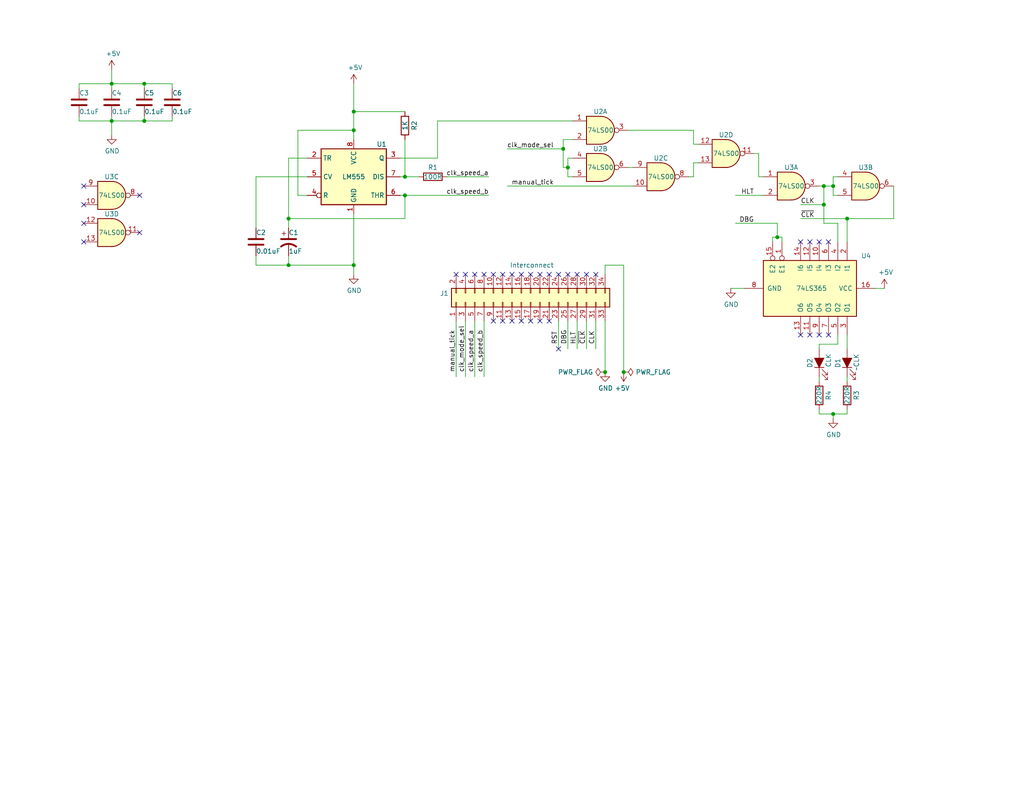
<source format=kicad_sch>
(kicad_sch (version 20211123) (generator eeschema)

  (uuid b447dbb1-d38e-4a15-93cb-12c25382ea53)

  (paper "USLetter")

  (title_block
    (title "Debug Timer")
    (date "2020-04-06")
    (rev "1.0")
  )

  (lib_symbols
    (symbol "74xx:74LS00" (pin_names (offset 1.016)) (in_bom yes) (on_board yes)
      (property "Reference" "U" (id 0) (at 0 1.27 0)
        (effects (font (size 1.27 1.27)))
      )
      (property "Value" "74LS00" (id 1) (at 0 -1.27 0)
        (effects (font (size 1.27 1.27)))
      )
      (property "Footprint" "" (id 2) (at 0 0 0)
        (effects (font (size 1.27 1.27)) hide)
      )
      (property "Datasheet" "http://www.ti.com/lit/gpn/sn74ls00" (id 3) (at 0 0 0)
        (effects (font (size 1.27 1.27)) hide)
      )
      (property "ki_locked" "" (id 4) (at 0 0 0)
        (effects (font (size 1.27 1.27)))
      )
      (property "ki_keywords" "TTL nand 2-input" (id 5) (at 0 0 0)
        (effects (font (size 1.27 1.27)) hide)
      )
      (property "ki_description" "quad 2-input NAND gate" (id 6) (at 0 0 0)
        (effects (font (size 1.27 1.27)) hide)
      )
      (property "ki_fp_filters" "DIP*W7.62mm* SO14*" (id 7) (at 0 0 0)
        (effects (font (size 1.27 1.27)) hide)
      )
      (symbol "74LS00_1_1"
        (arc (start 0 -3.81) (mid 3.81 0) (end 0 3.81)
          (stroke (width 0.254) (type default) (color 0 0 0 0))
          (fill (type background))
        )
        (polyline
          (pts
            (xy 0 3.81)
            (xy -3.81 3.81)
            (xy -3.81 -3.81)
            (xy 0 -3.81)
          )
          (stroke (width 0.254) (type default) (color 0 0 0 0))
          (fill (type background))
        )
        (pin input line (at -7.62 2.54 0) (length 3.81)
          (name "~" (effects (font (size 1.27 1.27))))
          (number "1" (effects (font (size 1.27 1.27))))
        )
        (pin input line (at -7.62 -2.54 0) (length 3.81)
          (name "~" (effects (font (size 1.27 1.27))))
          (number "2" (effects (font (size 1.27 1.27))))
        )
        (pin output inverted (at 7.62 0 180) (length 3.81)
          (name "~" (effects (font (size 1.27 1.27))))
          (number "3" (effects (font (size 1.27 1.27))))
        )
      )
      (symbol "74LS00_1_2"
        (arc (start -3.81 -3.81) (mid -2.589 0) (end -3.81 3.81)
          (stroke (width 0.254) (type default) (color 0 0 0 0))
          (fill (type none))
        )
        (arc (start -0.6096 -3.81) (mid 2.1855 -2.584) (end 3.81 0)
          (stroke (width 0.254) (type default) (color 0 0 0 0))
          (fill (type background))
        )
        (polyline
          (pts
            (xy -3.81 -3.81)
            (xy -0.635 -3.81)
          )
          (stroke (width 0.254) (type default) (color 0 0 0 0))
          (fill (type background))
        )
        (polyline
          (pts
            (xy -3.81 3.81)
            (xy -0.635 3.81)
          )
          (stroke (width 0.254) (type default) (color 0 0 0 0))
          (fill (type background))
        )
        (polyline
          (pts
            (xy -0.635 3.81)
            (xy -3.81 3.81)
            (xy -3.81 3.81)
            (xy -3.556 3.4036)
            (xy -3.0226 2.2606)
            (xy -2.6924 1.0414)
            (xy -2.6162 -0.254)
            (xy -2.7686 -1.4986)
            (xy -3.175 -2.7178)
            (xy -3.81 -3.81)
            (xy -3.81 -3.81)
            (xy -0.635 -3.81)
          )
          (stroke (width -25.4) (type default) (color 0 0 0 0))
          (fill (type background))
        )
        (arc (start 3.81 0) (mid 2.1928 2.5925) (end -0.6096 3.81)
          (stroke (width 0.254) (type default) (color 0 0 0 0))
          (fill (type background))
        )
        (pin input inverted (at -7.62 2.54 0) (length 4.318)
          (name "~" (effects (font (size 1.27 1.27))))
          (number "1" (effects (font (size 1.27 1.27))))
        )
        (pin input inverted (at -7.62 -2.54 0) (length 4.318)
          (name "~" (effects (font (size 1.27 1.27))))
          (number "2" (effects (font (size 1.27 1.27))))
        )
        (pin output line (at 7.62 0 180) (length 3.81)
          (name "~" (effects (font (size 1.27 1.27))))
          (number "3" (effects (font (size 1.27 1.27))))
        )
      )
      (symbol "74LS00_2_1"
        (arc (start 0 -3.81) (mid 3.81 0) (end 0 3.81)
          (stroke (width 0.254) (type default) (color 0 0 0 0))
          (fill (type background))
        )
        (polyline
          (pts
            (xy 0 3.81)
            (xy -3.81 3.81)
            (xy -3.81 -3.81)
            (xy 0 -3.81)
          )
          (stroke (width 0.254) (type default) (color 0 0 0 0))
          (fill (type background))
        )
        (pin input line (at -7.62 2.54 0) (length 3.81)
          (name "~" (effects (font (size 1.27 1.27))))
          (number "4" (effects (font (size 1.27 1.27))))
        )
        (pin input line (at -7.62 -2.54 0) (length 3.81)
          (name "~" (effects (font (size 1.27 1.27))))
          (number "5" (effects (font (size 1.27 1.27))))
        )
        (pin output inverted (at 7.62 0 180) (length 3.81)
          (name "~" (effects (font (size 1.27 1.27))))
          (number "6" (effects (font (size 1.27 1.27))))
        )
      )
      (symbol "74LS00_2_2"
        (arc (start -3.81 -3.81) (mid -2.589 0) (end -3.81 3.81)
          (stroke (width 0.254) (type default) (color 0 0 0 0))
          (fill (type none))
        )
        (arc (start -0.6096 -3.81) (mid 2.1855 -2.584) (end 3.81 0)
          (stroke (width 0.254) (type default) (color 0 0 0 0))
          (fill (type background))
        )
        (polyline
          (pts
            (xy -3.81 -3.81)
            (xy -0.635 -3.81)
          )
          (stroke (width 0.254) (type default) (color 0 0 0 0))
          (fill (type background))
        )
        (polyline
          (pts
            (xy -3.81 3.81)
            (xy -0.635 3.81)
          )
          (stroke (width 0.254) (type default) (color 0 0 0 0))
          (fill (type background))
        )
        (polyline
          (pts
            (xy -0.635 3.81)
            (xy -3.81 3.81)
            (xy -3.81 3.81)
            (xy -3.556 3.4036)
            (xy -3.0226 2.2606)
            (xy -2.6924 1.0414)
            (xy -2.6162 -0.254)
            (xy -2.7686 -1.4986)
            (xy -3.175 -2.7178)
            (xy -3.81 -3.81)
            (xy -3.81 -3.81)
            (xy -0.635 -3.81)
          )
          (stroke (width -25.4) (type default) (color 0 0 0 0))
          (fill (type background))
        )
        (arc (start 3.81 0) (mid 2.1928 2.5925) (end -0.6096 3.81)
          (stroke (width 0.254) (type default) (color 0 0 0 0))
          (fill (type background))
        )
        (pin input inverted (at -7.62 2.54 0) (length 4.318)
          (name "~" (effects (font (size 1.27 1.27))))
          (number "4" (effects (font (size 1.27 1.27))))
        )
        (pin input inverted (at -7.62 -2.54 0) (length 4.318)
          (name "~" (effects (font (size 1.27 1.27))))
          (number "5" (effects (font (size 1.27 1.27))))
        )
        (pin output line (at 7.62 0 180) (length 3.81)
          (name "~" (effects (font (size 1.27 1.27))))
          (number "6" (effects (font (size 1.27 1.27))))
        )
      )
      (symbol "74LS00_3_1"
        (arc (start 0 -3.81) (mid 3.81 0) (end 0 3.81)
          (stroke (width 0.254) (type default) (color 0 0 0 0))
          (fill (type background))
        )
        (polyline
          (pts
            (xy 0 3.81)
            (xy -3.81 3.81)
            (xy -3.81 -3.81)
            (xy 0 -3.81)
          )
          (stroke (width 0.254) (type default) (color 0 0 0 0))
          (fill (type background))
        )
        (pin input line (at -7.62 -2.54 0) (length 3.81)
          (name "~" (effects (font (size 1.27 1.27))))
          (number "10" (effects (font (size 1.27 1.27))))
        )
        (pin output inverted (at 7.62 0 180) (length 3.81)
          (name "~" (effects (font (size 1.27 1.27))))
          (number "8" (effects (font (size 1.27 1.27))))
        )
        (pin input line (at -7.62 2.54 0) (length 3.81)
          (name "~" (effects (font (size 1.27 1.27))))
          (number "9" (effects (font (size 1.27 1.27))))
        )
      )
      (symbol "74LS00_3_2"
        (arc (start -3.81 -3.81) (mid -2.589 0) (end -3.81 3.81)
          (stroke (width 0.254) (type default) (color 0 0 0 0))
          (fill (type none))
        )
        (arc (start -0.6096 -3.81) (mid 2.1855 -2.584) (end 3.81 0)
          (stroke (width 0.254) (type default) (color 0 0 0 0))
          (fill (type background))
        )
        (polyline
          (pts
            (xy -3.81 -3.81)
            (xy -0.635 -3.81)
          )
          (stroke (width 0.254) (type default) (color 0 0 0 0))
          (fill (type background))
        )
        (polyline
          (pts
            (xy -3.81 3.81)
            (xy -0.635 3.81)
          )
          (stroke (width 0.254) (type default) (color 0 0 0 0))
          (fill (type background))
        )
        (polyline
          (pts
            (xy -0.635 3.81)
            (xy -3.81 3.81)
            (xy -3.81 3.81)
            (xy -3.556 3.4036)
            (xy -3.0226 2.2606)
            (xy -2.6924 1.0414)
            (xy -2.6162 -0.254)
            (xy -2.7686 -1.4986)
            (xy -3.175 -2.7178)
            (xy -3.81 -3.81)
            (xy -3.81 -3.81)
            (xy -0.635 -3.81)
          )
          (stroke (width -25.4) (type default) (color 0 0 0 0))
          (fill (type background))
        )
        (arc (start 3.81 0) (mid 2.1928 2.5925) (end -0.6096 3.81)
          (stroke (width 0.254) (type default) (color 0 0 0 0))
          (fill (type background))
        )
        (pin input inverted (at -7.62 -2.54 0) (length 4.318)
          (name "~" (effects (font (size 1.27 1.27))))
          (number "10" (effects (font (size 1.27 1.27))))
        )
        (pin output line (at 7.62 0 180) (length 3.81)
          (name "~" (effects (font (size 1.27 1.27))))
          (number "8" (effects (font (size 1.27 1.27))))
        )
        (pin input inverted (at -7.62 2.54 0) (length 4.318)
          (name "~" (effects (font (size 1.27 1.27))))
          (number "9" (effects (font (size 1.27 1.27))))
        )
      )
      (symbol "74LS00_4_1"
        (arc (start 0 -3.81) (mid 3.81 0) (end 0 3.81)
          (stroke (width 0.254) (type default) (color 0 0 0 0))
          (fill (type background))
        )
        (polyline
          (pts
            (xy 0 3.81)
            (xy -3.81 3.81)
            (xy -3.81 -3.81)
            (xy 0 -3.81)
          )
          (stroke (width 0.254) (type default) (color 0 0 0 0))
          (fill (type background))
        )
        (pin output inverted (at 7.62 0 180) (length 3.81)
          (name "~" (effects (font (size 1.27 1.27))))
          (number "11" (effects (font (size 1.27 1.27))))
        )
        (pin input line (at -7.62 2.54 0) (length 3.81)
          (name "~" (effects (font (size 1.27 1.27))))
          (number "12" (effects (font (size 1.27 1.27))))
        )
        (pin input line (at -7.62 -2.54 0) (length 3.81)
          (name "~" (effects (font (size 1.27 1.27))))
          (number "13" (effects (font (size 1.27 1.27))))
        )
      )
      (symbol "74LS00_4_2"
        (arc (start -3.81 -3.81) (mid -2.589 0) (end -3.81 3.81)
          (stroke (width 0.254) (type default) (color 0 0 0 0))
          (fill (type none))
        )
        (arc (start -0.6096 -3.81) (mid 2.1855 -2.584) (end 3.81 0)
          (stroke (width 0.254) (type default) (color 0 0 0 0))
          (fill (type background))
        )
        (polyline
          (pts
            (xy -3.81 -3.81)
            (xy -0.635 -3.81)
          )
          (stroke (width 0.254) (type default) (color 0 0 0 0))
          (fill (type background))
        )
        (polyline
          (pts
            (xy -3.81 3.81)
            (xy -0.635 3.81)
          )
          (stroke (width 0.254) (type default) (color 0 0 0 0))
          (fill (type background))
        )
        (polyline
          (pts
            (xy -0.635 3.81)
            (xy -3.81 3.81)
            (xy -3.81 3.81)
            (xy -3.556 3.4036)
            (xy -3.0226 2.2606)
            (xy -2.6924 1.0414)
            (xy -2.6162 -0.254)
            (xy -2.7686 -1.4986)
            (xy -3.175 -2.7178)
            (xy -3.81 -3.81)
            (xy -3.81 -3.81)
            (xy -0.635 -3.81)
          )
          (stroke (width -25.4) (type default) (color 0 0 0 0))
          (fill (type background))
        )
        (arc (start 3.81 0) (mid 2.1928 2.5925) (end -0.6096 3.81)
          (stroke (width 0.254) (type default) (color 0 0 0 0))
          (fill (type background))
        )
        (pin output line (at 7.62 0 180) (length 3.81)
          (name "~" (effects (font (size 1.27 1.27))))
          (number "11" (effects (font (size 1.27 1.27))))
        )
        (pin input inverted (at -7.62 2.54 0) (length 4.318)
          (name "~" (effects (font (size 1.27 1.27))))
          (number "12" (effects (font (size 1.27 1.27))))
        )
        (pin input inverted (at -7.62 -2.54 0) (length 4.318)
          (name "~" (effects (font (size 1.27 1.27))))
          (number "13" (effects (font (size 1.27 1.27))))
        )
      )
      (symbol "74LS00_5_0"
        (pin power_in line (at 0 12.7 270) (length 5.08)
          (name "VCC" (effects (font (size 1.27 1.27))))
          (number "14" (effects (font (size 1.27 1.27))))
        )
        (pin power_in line (at 0 -12.7 90) (length 5.08)
          (name "GND" (effects (font (size 1.27 1.27))))
          (number "7" (effects (font (size 1.27 1.27))))
        )
      )
      (symbol "74LS00_5_1"
        (rectangle (start -5.08 7.62) (end 5.08 -7.62)
          (stroke (width 0.254) (type default) (color 0 0 0 0))
          (fill (type background))
        )
      )
    )
    (symbol "74xx:74LS365" (pin_names (offset 1.016)) (in_bom yes) (on_board yes)
      (property "Reference" "U" (id 0) (at -7.62 13.97 0)
        (effects (font (size 1.27 1.27)))
      )
      (property "Value" "74LS365" (id 1) (at -7.62 -13.97 0)
        (effects (font (size 1.27 1.27)))
      )
      (property "Footprint" "" (id 2) (at 0 0 0)
        (effects (font (size 1.27 1.27)) hide)
      )
      (property "Datasheet" "http://www.ti.com/lit/gpn/sn74LS365" (id 3) (at 0 0 0)
        (effects (font (size 1.27 1.27)) hide)
      )
      (property "ki_locked" "" (id 4) (at 0 0 0)
        (effects (font (size 1.27 1.27)))
      )
      (property "ki_keywords" "TTL Buffer BUS 3State" (id 5) (at 0 0 0)
        (effects (font (size 1.27 1.27)) hide)
      )
      (property "ki_description" "Hex Bus Driver, 3-State Outputs" (id 6) (at 0 0 0)
        (effects (font (size 1.27 1.27)) hide)
      )
      (property "ki_fp_filters" "DIP?16*" (id 7) (at 0 0 0)
        (effects (font (size 1.27 1.27)) hide)
      )
      (symbol "74LS365_1_0"
        (pin input inverted (at -12.7 -7.62 0) (length 5.08)
          (name "E1" (effects (font (size 1.27 1.27))))
          (number "1" (effects (font (size 1.27 1.27))))
        )
        (pin input line (at -12.7 2.54 0) (length 5.08)
          (name "I4" (effects (font (size 1.27 1.27))))
          (number "10" (effects (font (size 1.27 1.27))))
        )
        (pin tri_state line (at 12.7 0 180) (length 5.08)
          (name "O5" (effects (font (size 1.27 1.27))))
          (number "11" (effects (font (size 1.27 1.27))))
        )
        (pin input line (at -12.7 0 0) (length 5.08)
          (name "I5" (effects (font (size 1.27 1.27))))
          (number "12" (effects (font (size 1.27 1.27))))
        )
        (pin tri_state line (at 12.7 -2.54 180) (length 5.08)
          (name "O6" (effects (font (size 1.27 1.27))))
          (number "13" (effects (font (size 1.27 1.27))))
        )
        (pin input line (at -12.7 -2.54 0) (length 5.08)
          (name "I6" (effects (font (size 1.27 1.27))))
          (number "14" (effects (font (size 1.27 1.27))))
        )
        (pin input inverted (at -12.7 -10.16 0) (length 5.08)
          (name "E2" (effects (font (size 1.27 1.27))))
          (number "15" (effects (font (size 1.27 1.27))))
        )
        (pin power_in line (at 0 17.78 270) (length 5.08)
          (name "VCC" (effects (font (size 1.27 1.27))))
          (number "16" (effects (font (size 1.27 1.27))))
        )
        (pin input line (at -12.7 10.16 0) (length 5.08)
          (name "I1" (effects (font (size 1.27 1.27))))
          (number "2" (effects (font (size 1.27 1.27))))
        )
        (pin tri_state line (at 12.7 10.16 180) (length 5.08)
          (name "O1" (effects (font (size 1.27 1.27))))
          (number "3" (effects (font (size 1.27 1.27))))
        )
        (pin input line (at -12.7 7.62 0) (length 5.08)
          (name "I2" (effects (font (size 1.27 1.27))))
          (number "4" (effects (font (size 1.27 1.27))))
        )
        (pin tri_state line (at 12.7 7.62 180) (length 5.08)
          (name "O2" (effects (font (size 1.27 1.27))))
          (number "5" (effects (font (size 1.27 1.27))))
        )
        (pin input line (at -12.7 5.08 0) (length 5.08)
          (name "I3" (effects (font (size 1.27 1.27))))
          (number "6" (effects (font (size 1.27 1.27))))
        )
        (pin tri_state line (at 12.7 5.08 180) (length 5.08)
          (name "O3" (effects (font (size 1.27 1.27))))
          (number "7" (effects (font (size 1.27 1.27))))
        )
        (pin power_in line (at 0 -17.78 90) (length 5.08)
          (name "GND" (effects (font (size 1.27 1.27))))
          (number "8" (effects (font (size 1.27 1.27))))
        )
        (pin tri_state line (at 12.7 2.54 180) (length 5.08)
          (name "O4" (effects (font (size 1.27 1.27))))
          (number "9" (effects (font (size 1.27 1.27))))
        )
      )
      (symbol "74LS365_1_1"
        (rectangle (start -7.62 12.7) (end 7.62 -12.7)
          (stroke (width 0.254) (type default) (color 0 0 0 0))
          (fill (type background))
        )
      )
    )
    (symbol "Connector_Generic:Conn_02x17_Odd_Even" (pin_names (offset 1.016) hide) (in_bom yes) (on_board yes)
      (property "Reference" "J" (id 0) (at 1.27 22.86 0)
        (effects (font (size 1.27 1.27)))
      )
      (property "Value" "Conn_02x17_Odd_Even" (id 1) (at 1.27 -22.86 0)
        (effects (font (size 1.27 1.27)))
      )
      (property "Footprint" "" (id 2) (at 0 0 0)
        (effects (font (size 1.27 1.27)) hide)
      )
      (property "Datasheet" "~" (id 3) (at 0 0 0)
        (effects (font (size 1.27 1.27)) hide)
      )
      (property "ki_keywords" "connector" (id 4) (at 0 0 0)
        (effects (font (size 1.27 1.27)) hide)
      )
      (property "ki_description" "Generic connector, double row, 02x17, odd/even pin numbering scheme (row 1 odd numbers, row 2 even numbers), script generated (kicad-library-utils/schlib/autogen/connector/)" (id 5) (at 0 0 0)
        (effects (font (size 1.27 1.27)) hide)
      )
      (property "ki_fp_filters" "Connector*:*_2x??_*" (id 6) (at 0 0 0)
        (effects (font (size 1.27 1.27)) hide)
      )
      (symbol "Conn_02x17_Odd_Even_1_1"
        (rectangle (start -1.27 -20.193) (end 0 -20.447)
          (stroke (width 0.1524) (type default) (color 0 0 0 0))
          (fill (type none))
        )
        (rectangle (start -1.27 -17.653) (end 0 -17.907)
          (stroke (width 0.1524) (type default) (color 0 0 0 0))
          (fill (type none))
        )
        (rectangle (start -1.27 -15.113) (end 0 -15.367)
          (stroke (width 0.1524) (type default) (color 0 0 0 0))
          (fill (type none))
        )
        (rectangle (start -1.27 -12.573) (end 0 -12.827)
          (stroke (width 0.1524) (type default) (color 0 0 0 0))
          (fill (type none))
        )
        (rectangle (start -1.27 -10.033) (end 0 -10.287)
          (stroke (width 0.1524) (type default) (color 0 0 0 0))
          (fill (type none))
        )
        (rectangle (start -1.27 -7.493) (end 0 -7.747)
          (stroke (width 0.1524) (type default) (color 0 0 0 0))
          (fill (type none))
        )
        (rectangle (start -1.27 -4.953) (end 0 -5.207)
          (stroke (width 0.1524) (type default) (color 0 0 0 0))
          (fill (type none))
        )
        (rectangle (start -1.27 -2.413) (end 0 -2.667)
          (stroke (width 0.1524) (type default) (color 0 0 0 0))
          (fill (type none))
        )
        (rectangle (start -1.27 0.127) (end 0 -0.127)
          (stroke (width 0.1524) (type default) (color 0 0 0 0))
          (fill (type none))
        )
        (rectangle (start -1.27 2.667) (end 0 2.413)
          (stroke (width 0.1524) (type default) (color 0 0 0 0))
          (fill (type none))
        )
        (rectangle (start -1.27 5.207) (end 0 4.953)
          (stroke (width 0.1524) (type default) (color 0 0 0 0))
          (fill (type none))
        )
        (rectangle (start -1.27 7.747) (end 0 7.493)
          (stroke (width 0.1524) (type default) (color 0 0 0 0))
          (fill (type none))
        )
        (rectangle (start -1.27 10.287) (end 0 10.033)
          (stroke (width 0.1524) (type default) (color 0 0 0 0))
          (fill (type none))
        )
        (rectangle (start -1.27 12.827) (end 0 12.573)
          (stroke (width 0.1524) (type default) (color 0 0 0 0))
          (fill (type none))
        )
        (rectangle (start -1.27 15.367) (end 0 15.113)
          (stroke (width 0.1524) (type default) (color 0 0 0 0))
          (fill (type none))
        )
        (rectangle (start -1.27 17.907) (end 0 17.653)
          (stroke (width 0.1524) (type default) (color 0 0 0 0))
          (fill (type none))
        )
        (rectangle (start -1.27 20.447) (end 0 20.193)
          (stroke (width 0.1524) (type default) (color 0 0 0 0))
          (fill (type none))
        )
        (rectangle (start -1.27 21.59) (end 3.81 -21.59)
          (stroke (width 0.254) (type default) (color 0 0 0 0))
          (fill (type background))
        )
        (rectangle (start 3.81 -20.193) (end 2.54 -20.447)
          (stroke (width 0.1524) (type default) (color 0 0 0 0))
          (fill (type none))
        )
        (rectangle (start 3.81 -17.653) (end 2.54 -17.907)
          (stroke (width 0.1524) (type default) (color 0 0 0 0))
          (fill (type none))
        )
        (rectangle (start 3.81 -15.113) (end 2.54 -15.367)
          (stroke (width 0.1524) (type default) (color 0 0 0 0))
          (fill (type none))
        )
        (rectangle (start 3.81 -12.573) (end 2.54 -12.827)
          (stroke (width 0.1524) (type default) (color 0 0 0 0))
          (fill (type none))
        )
        (rectangle (start 3.81 -10.033) (end 2.54 -10.287)
          (stroke (width 0.1524) (type default) (color 0 0 0 0))
          (fill (type none))
        )
        (rectangle (start 3.81 -7.493) (end 2.54 -7.747)
          (stroke (width 0.1524) (type default) (color 0 0 0 0))
          (fill (type none))
        )
        (rectangle (start 3.81 -4.953) (end 2.54 -5.207)
          (stroke (width 0.1524) (type default) (color 0 0 0 0))
          (fill (type none))
        )
        (rectangle (start 3.81 -2.413) (end 2.54 -2.667)
          (stroke (width 0.1524) (type default) (color 0 0 0 0))
          (fill (type none))
        )
        (rectangle (start 3.81 0.127) (end 2.54 -0.127)
          (stroke (width 0.1524) (type default) (color 0 0 0 0))
          (fill (type none))
        )
        (rectangle (start 3.81 2.667) (end 2.54 2.413)
          (stroke (width 0.1524) (type default) (color 0 0 0 0))
          (fill (type none))
        )
        (rectangle (start 3.81 5.207) (end 2.54 4.953)
          (stroke (width 0.1524) (type default) (color 0 0 0 0))
          (fill (type none))
        )
        (rectangle (start 3.81 7.747) (end 2.54 7.493)
          (stroke (width 0.1524) (type default) (color 0 0 0 0))
          (fill (type none))
        )
        (rectangle (start 3.81 10.287) (end 2.54 10.033)
          (stroke (width 0.1524) (type default) (color 0 0 0 0))
          (fill (type none))
        )
        (rectangle (start 3.81 12.827) (end 2.54 12.573)
          (stroke (width 0.1524) (type default) (color 0 0 0 0))
          (fill (type none))
        )
        (rectangle (start 3.81 15.367) (end 2.54 15.113)
          (stroke (width 0.1524) (type default) (color 0 0 0 0))
          (fill (type none))
        )
        (rectangle (start 3.81 17.907) (end 2.54 17.653)
          (stroke (width 0.1524) (type default) (color 0 0 0 0))
          (fill (type none))
        )
        (rectangle (start 3.81 20.447) (end 2.54 20.193)
          (stroke (width 0.1524) (type default) (color 0 0 0 0))
          (fill (type none))
        )
        (pin passive line (at -5.08 20.32 0) (length 3.81)
          (name "Pin_1" (effects (font (size 1.27 1.27))))
          (number "1" (effects (font (size 1.27 1.27))))
        )
        (pin passive line (at 7.62 10.16 180) (length 3.81)
          (name "Pin_10" (effects (font (size 1.27 1.27))))
          (number "10" (effects (font (size 1.27 1.27))))
        )
        (pin passive line (at -5.08 7.62 0) (length 3.81)
          (name "Pin_11" (effects (font (size 1.27 1.27))))
          (number "11" (effects (font (size 1.27 1.27))))
        )
        (pin passive line (at 7.62 7.62 180) (length 3.81)
          (name "Pin_12" (effects (font (size 1.27 1.27))))
          (number "12" (effects (font (size 1.27 1.27))))
        )
        (pin passive line (at -5.08 5.08 0) (length 3.81)
          (name "Pin_13" (effects (font (size 1.27 1.27))))
          (number "13" (effects (font (size 1.27 1.27))))
        )
        (pin passive line (at 7.62 5.08 180) (length 3.81)
          (name "Pin_14" (effects (font (size 1.27 1.27))))
          (number "14" (effects (font (size 1.27 1.27))))
        )
        (pin passive line (at -5.08 2.54 0) (length 3.81)
          (name "Pin_15" (effects (font (size 1.27 1.27))))
          (number "15" (effects (font (size 1.27 1.27))))
        )
        (pin passive line (at 7.62 2.54 180) (length 3.81)
          (name "Pin_16" (effects (font (size 1.27 1.27))))
          (number "16" (effects (font (size 1.27 1.27))))
        )
        (pin passive line (at -5.08 0 0) (length 3.81)
          (name "Pin_17" (effects (font (size 1.27 1.27))))
          (number "17" (effects (font (size 1.27 1.27))))
        )
        (pin passive line (at 7.62 0 180) (length 3.81)
          (name "Pin_18" (effects (font (size 1.27 1.27))))
          (number "18" (effects (font (size 1.27 1.27))))
        )
        (pin passive line (at -5.08 -2.54 0) (length 3.81)
          (name "Pin_19" (effects (font (size 1.27 1.27))))
          (number "19" (effects (font (size 1.27 1.27))))
        )
        (pin passive line (at 7.62 20.32 180) (length 3.81)
          (name "Pin_2" (effects (font (size 1.27 1.27))))
          (number "2" (effects (font (size 1.27 1.27))))
        )
        (pin passive line (at 7.62 -2.54 180) (length 3.81)
          (name "Pin_20" (effects (font (size 1.27 1.27))))
          (number "20" (effects (font (size 1.27 1.27))))
        )
        (pin passive line (at -5.08 -5.08 0) (length 3.81)
          (name "Pin_21" (effects (font (size 1.27 1.27))))
          (number "21" (effects (font (size 1.27 1.27))))
        )
        (pin passive line (at 7.62 -5.08 180) (length 3.81)
          (name "Pin_22" (effects (font (size 1.27 1.27))))
          (number "22" (effects (font (size 1.27 1.27))))
        )
        (pin passive line (at -5.08 -7.62 0) (length 3.81)
          (name "Pin_23" (effects (font (size 1.27 1.27))))
          (number "23" (effects (font (size 1.27 1.27))))
        )
        (pin passive line (at 7.62 -7.62 180) (length 3.81)
          (name "Pin_24" (effects (font (size 1.27 1.27))))
          (number "24" (effects (font (size 1.27 1.27))))
        )
        (pin passive line (at -5.08 -10.16 0) (length 3.81)
          (name "Pin_25" (effects (font (size 1.27 1.27))))
          (number "25" (effects (font (size 1.27 1.27))))
        )
        (pin passive line (at 7.62 -10.16 180) (length 3.81)
          (name "Pin_26" (effects (font (size 1.27 1.27))))
          (number "26" (effects (font (size 1.27 1.27))))
        )
        (pin passive line (at -5.08 -12.7 0) (length 3.81)
          (name "Pin_27" (effects (font (size 1.27 1.27))))
          (number "27" (effects (font (size 1.27 1.27))))
        )
        (pin passive line (at 7.62 -12.7 180) (length 3.81)
          (name "Pin_28" (effects (font (size 1.27 1.27))))
          (number "28" (effects (font (size 1.27 1.27))))
        )
        (pin passive line (at -5.08 -15.24 0) (length 3.81)
          (name "Pin_29" (effects (font (size 1.27 1.27))))
          (number "29" (effects (font (size 1.27 1.27))))
        )
        (pin passive line (at -5.08 17.78 0) (length 3.81)
          (name "Pin_3" (effects (font (size 1.27 1.27))))
          (number "3" (effects (font (size 1.27 1.27))))
        )
        (pin passive line (at 7.62 -15.24 180) (length 3.81)
          (name "Pin_30" (effects (font (size 1.27 1.27))))
          (number "30" (effects (font (size 1.27 1.27))))
        )
        (pin passive line (at -5.08 -17.78 0) (length 3.81)
          (name "Pin_31" (effects (font (size 1.27 1.27))))
          (number "31" (effects (font (size 1.27 1.27))))
        )
        (pin passive line (at 7.62 -17.78 180) (length 3.81)
          (name "Pin_32" (effects (font (size 1.27 1.27))))
          (number "32" (effects (font (size 1.27 1.27))))
        )
        (pin passive line (at -5.08 -20.32 0) (length 3.81)
          (name "Pin_33" (effects (font (size 1.27 1.27))))
          (number "33" (effects (font (size 1.27 1.27))))
        )
        (pin passive line (at 7.62 -20.32 180) (length 3.81)
          (name "Pin_34" (effects (font (size 1.27 1.27))))
          (number "34" (effects (font (size 1.27 1.27))))
        )
        (pin passive line (at 7.62 17.78 180) (length 3.81)
          (name "Pin_4" (effects (font (size 1.27 1.27))))
          (number "4" (effects (font (size 1.27 1.27))))
        )
        (pin passive line (at -5.08 15.24 0) (length 3.81)
          (name "Pin_5" (effects (font (size 1.27 1.27))))
          (number "5" (effects (font (size 1.27 1.27))))
        )
        (pin passive line (at 7.62 15.24 180) (length 3.81)
          (name "Pin_6" (effects (font (size 1.27 1.27))))
          (number "6" (effects (font (size 1.27 1.27))))
        )
        (pin passive line (at -5.08 12.7 0) (length 3.81)
          (name "Pin_7" (effects (font (size 1.27 1.27))))
          (number "7" (effects (font (size 1.27 1.27))))
        )
        (pin passive line (at 7.62 12.7 180) (length 3.81)
          (name "Pin_8" (effects (font (size 1.27 1.27))))
          (number "8" (effects (font (size 1.27 1.27))))
        )
        (pin passive line (at -5.08 10.16 0) (length 3.81)
          (name "Pin_9" (effects (font (size 1.27 1.27))))
          (number "9" (effects (font (size 1.27 1.27))))
        )
      )
    )
    (symbol "Device:C" (pin_numbers hide) (pin_names (offset 0.254)) (in_bom yes) (on_board yes)
      (property "Reference" "C" (id 0) (at 0.635 2.54 0)
        (effects (font (size 1.27 1.27)) (justify left))
      )
      (property "Value" "C" (id 1) (at 0.635 -2.54 0)
        (effects (font (size 1.27 1.27)) (justify left))
      )
      (property "Footprint" "" (id 2) (at 0.9652 -3.81 0)
        (effects (font (size 1.27 1.27)) hide)
      )
      (property "Datasheet" "~" (id 3) (at 0 0 0)
        (effects (font (size 1.27 1.27)) hide)
      )
      (property "ki_keywords" "cap capacitor" (id 4) (at 0 0 0)
        (effects (font (size 1.27 1.27)) hide)
      )
      (property "ki_description" "Unpolarized capacitor" (id 5) (at 0 0 0)
        (effects (font (size 1.27 1.27)) hide)
      )
      (property "ki_fp_filters" "C_*" (id 6) (at 0 0 0)
        (effects (font (size 1.27 1.27)) hide)
      )
      (symbol "C_0_1"
        (polyline
          (pts
            (xy -2.032 -0.762)
            (xy 2.032 -0.762)
          )
          (stroke (width 0.508) (type default) (color 0 0 0 0))
          (fill (type none))
        )
        (polyline
          (pts
            (xy -2.032 0.762)
            (xy 2.032 0.762)
          )
          (stroke (width 0.508) (type default) (color 0 0 0 0))
          (fill (type none))
        )
      )
      (symbol "C_1_1"
        (pin passive line (at 0 3.81 270) (length 2.794)
          (name "~" (effects (font (size 1.27 1.27))))
          (number "1" (effects (font (size 1.27 1.27))))
        )
        (pin passive line (at 0 -3.81 90) (length 2.794)
          (name "~" (effects (font (size 1.27 1.27))))
          (number "2" (effects (font (size 1.27 1.27))))
        )
      )
    )
    (symbol "Device:CP1" (pin_numbers hide) (pin_names (offset 0.254) hide) (in_bom yes) (on_board yes)
      (property "Reference" "C" (id 0) (at 0.635 2.54 0)
        (effects (font (size 1.27 1.27)) (justify left))
      )
      (property "Value" "Device_CP1" (id 1) (at 0.635 -2.54 0)
        (effects (font (size 1.27 1.27)) (justify left))
      )
      (property "Footprint" "" (id 2) (at 0 0 0)
        (effects (font (size 1.27 1.27)) hide)
      )
      (property "Datasheet" "" (id 3) (at 0 0 0)
        (effects (font (size 1.27 1.27)) hide)
      )
      (property "ki_fp_filters" "CP_*" (id 4) (at 0 0 0)
        (effects (font (size 1.27 1.27)) hide)
      )
      (symbol "CP1_0_1"
        (polyline
          (pts
            (xy -2.032 0.762)
            (xy 2.032 0.762)
          )
          (stroke (width 0.508) (type default) (color 0 0 0 0))
          (fill (type none))
        )
        (polyline
          (pts
            (xy -1.778 2.286)
            (xy -0.762 2.286)
          )
          (stroke (width 0) (type default) (color 0 0 0 0))
          (fill (type none))
        )
        (polyline
          (pts
            (xy -1.27 1.778)
            (xy -1.27 2.794)
          )
          (stroke (width 0) (type default) (color 0 0 0 0))
          (fill (type none))
        )
        (arc (start 2.032 -1.27) (mid 0 -0.5572) (end -2.032 -1.27)
          (stroke (width 0.508) (type default) (color 0 0 0 0))
          (fill (type none))
        )
      )
      (symbol "CP1_1_1"
        (pin passive line (at 0 3.81 270) (length 2.794)
          (name "~" (effects (font (size 1.27 1.27))))
          (number "1" (effects (font (size 1.27 1.27))))
        )
        (pin passive line (at 0 -3.81 90) (length 3.302)
          (name "~" (effects (font (size 1.27 1.27))))
          (number "2" (effects (font (size 1.27 1.27))))
        )
      )
    )
    (symbol "Device:LED_ALT" (pin_numbers hide) (pin_names (offset 1.016) hide) (in_bom yes) (on_board yes)
      (property "Reference" "D" (id 0) (at 0 2.54 0)
        (effects (font (size 1.27 1.27)))
      )
      (property "Value" "Device_LED_ALT" (id 1) (at 0 -2.54 0)
        (effects (font (size 1.27 1.27)))
      )
      (property "Footprint" "" (id 2) (at 0 0 0)
        (effects (font (size 1.27 1.27)) hide)
      )
      (property "Datasheet" "" (id 3) (at 0 0 0)
        (effects (font (size 1.27 1.27)) hide)
      )
      (property "ki_fp_filters" "LED* LED_SMD:* LED_THT:*" (id 4) (at 0 0 0)
        (effects (font (size 1.27 1.27)) hide)
      )
      (symbol "LED_ALT_0_1"
        (polyline
          (pts
            (xy -1.27 -1.27)
            (xy -1.27 1.27)
          )
          (stroke (width 0.2032) (type default) (color 0 0 0 0))
          (fill (type none))
        )
        (polyline
          (pts
            (xy -1.27 0)
            (xy 1.27 0)
          )
          (stroke (width 0) (type default) (color 0 0 0 0))
          (fill (type none))
        )
        (polyline
          (pts
            (xy 1.27 -1.27)
            (xy 1.27 1.27)
            (xy -1.27 0)
            (xy 1.27 -1.27)
          )
          (stroke (width 0.2032) (type default) (color 0 0 0 0))
          (fill (type outline))
        )
        (polyline
          (pts
            (xy -3.048 -0.762)
            (xy -4.572 -2.286)
            (xy -3.81 -2.286)
            (xy -4.572 -2.286)
            (xy -4.572 -1.524)
          )
          (stroke (width 0) (type default) (color 0 0 0 0))
          (fill (type none))
        )
        (polyline
          (pts
            (xy -1.778 -0.762)
            (xy -3.302 -2.286)
            (xy -2.54 -2.286)
            (xy -3.302 -2.286)
            (xy -3.302 -1.524)
          )
          (stroke (width 0) (type default) (color 0 0 0 0))
          (fill (type none))
        )
      )
      (symbol "LED_ALT_1_1"
        (pin passive line (at -3.81 0 0) (length 2.54)
          (name "K" (effects (font (size 1.27 1.27))))
          (number "1" (effects (font (size 1.27 1.27))))
        )
        (pin passive line (at 3.81 0 180) (length 2.54)
          (name "A" (effects (font (size 1.27 1.27))))
          (number "2" (effects (font (size 1.27 1.27))))
        )
      )
    )
    (symbol "Device:R" (pin_numbers hide) (pin_names (offset 0)) (in_bom yes) (on_board yes)
      (property "Reference" "R" (id 0) (at 2.032 0 90)
        (effects (font (size 1.27 1.27)))
      )
      (property "Value" "R" (id 1) (at 0 0 90)
        (effects (font (size 1.27 1.27)))
      )
      (property "Footprint" "" (id 2) (at -1.778 0 90)
        (effects (font (size 1.27 1.27)) hide)
      )
      (property "Datasheet" "~" (id 3) (at 0 0 0)
        (effects (font (size 1.27 1.27)) hide)
      )
      (property "ki_keywords" "R res resistor" (id 4) (at 0 0 0)
        (effects (font (size 1.27 1.27)) hide)
      )
      (property "ki_description" "Resistor" (id 5) (at 0 0 0)
        (effects (font (size 1.27 1.27)) hide)
      )
      (property "ki_fp_filters" "R_*" (id 6) (at 0 0 0)
        (effects (font (size 1.27 1.27)) hide)
      )
      (symbol "R_0_1"
        (rectangle (start -1.016 -2.54) (end 1.016 2.54)
          (stroke (width 0.254) (type default) (color 0 0 0 0))
          (fill (type none))
        )
      )
      (symbol "R_1_1"
        (pin passive line (at 0 3.81 270) (length 1.27)
          (name "~" (effects (font (size 1.27 1.27))))
          (number "1" (effects (font (size 1.27 1.27))))
        )
        (pin passive line (at 0 -3.81 90) (length 1.27)
          (name "~" (effects (font (size 1.27 1.27))))
          (number "2" (effects (font (size 1.27 1.27))))
        )
      )
    )
    (symbol "Timer:LM555" (in_bom yes) (on_board yes)
      (property "Reference" "U" (id 0) (at -10.16 8.89 0)
        (effects (font (size 1.27 1.27)) (justify left))
      )
      (property "Value" "Timer_LM555" (id 1) (at 2.54 8.89 0)
        (effects (font (size 1.27 1.27)) (justify left))
      )
      (property "Footprint" "" (id 2) (at 0 0 0)
        (effects (font (size 1.27 1.27)) hide)
      )
      (property "Datasheet" "" (id 3) (at 0 0 0)
        (effects (font (size 1.27 1.27)) hide)
      )
      (property "ki_fp_filters" "SOIC*3.9x4.9mm*P1.27mm* DIP*W7.62mm* TSSOP*3x3mm*P0.65mm*" (id 4) (at 0 0 0)
        (effects (font (size 1.27 1.27)) hide)
      )
      (symbol "LM555_0_0"
        (pin power_in line (at 0 -10.16 90) (length 2.54)
          (name "GND" (effects (font (size 1.27 1.27))))
          (number "1" (effects (font (size 1.27 1.27))))
        )
        (pin power_in line (at 0 10.16 270) (length 2.54)
          (name "VCC" (effects (font (size 1.27 1.27))))
          (number "8" (effects (font (size 1.27 1.27))))
        )
      )
      (symbol "LM555_0_1"
        (rectangle (start -8.89 -7.62) (end 8.89 7.62)
          (stroke (width 0.254) (type default) (color 0 0 0 0))
          (fill (type background))
        )
        (rectangle (start -8.89 -7.62) (end 8.89 7.62)
          (stroke (width 0.254) (type default) (color 0 0 0 0))
          (fill (type background))
        )
      )
      (symbol "LM555_1_1"
        (pin input line (at -12.7 5.08 0) (length 3.81)
          (name "TR" (effects (font (size 1.27 1.27))))
          (number "2" (effects (font (size 1.27 1.27))))
        )
        (pin output line (at 12.7 5.08 180) (length 3.81)
          (name "Q" (effects (font (size 1.27 1.27))))
          (number "3" (effects (font (size 1.27 1.27))))
        )
        (pin input inverted (at -12.7 -5.08 0) (length 3.81)
          (name "R" (effects (font (size 1.27 1.27))))
          (number "4" (effects (font (size 1.27 1.27))))
        )
        (pin input line (at -12.7 0 0) (length 3.81)
          (name "CV" (effects (font (size 1.27 1.27))))
          (number "5" (effects (font (size 1.27 1.27))))
        )
        (pin input line (at 12.7 -5.08 180) (length 3.81)
          (name "THR" (effects (font (size 1.27 1.27))))
          (number "6" (effects (font (size 1.27 1.27))))
        )
        (pin input line (at 12.7 0 180) (length 3.81)
          (name "DIS" (effects (font (size 1.27 1.27))))
          (number "7" (effects (font (size 1.27 1.27))))
        )
      )
    )
    (symbol "power:+5V" (power) (pin_names (offset 0)) (in_bom yes) (on_board yes)
      (property "Reference" "#PWR" (id 0) (at 0 -3.81 0)
        (effects (font (size 1.27 1.27)) hide)
      )
      (property "Value" "+5V" (id 1) (at 0 3.556 0)
        (effects (font (size 1.27 1.27)))
      )
      (property "Footprint" "" (id 2) (at 0 0 0)
        (effects (font (size 1.27 1.27)) hide)
      )
      (property "Datasheet" "" (id 3) (at 0 0 0)
        (effects (font (size 1.27 1.27)) hide)
      )
      (property "ki_keywords" "power-flag" (id 4) (at 0 0 0)
        (effects (font (size 1.27 1.27)) hide)
      )
      (property "ki_description" "Power symbol creates a global label with name \"+5V\"" (id 5) (at 0 0 0)
        (effects (font (size 1.27 1.27)) hide)
      )
      (symbol "+5V_0_1"
        (polyline
          (pts
            (xy -0.762 1.27)
            (xy 0 2.54)
          )
          (stroke (width 0) (type default) (color 0 0 0 0))
          (fill (type none))
        )
        (polyline
          (pts
            (xy 0 0)
            (xy 0 2.54)
          )
          (stroke (width 0) (type default) (color 0 0 0 0))
          (fill (type none))
        )
        (polyline
          (pts
            (xy 0 2.54)
            (xy 0.762 1.27)
          )
          (stroke (width 0) (type default) (color 0 0 0 0))
          (fill (type none))
        )
      )
      (symbol "+5V_1_1"
        (pin power_in line (at 0 0 90) (length 0) hide
          (name "+5V" (effects (font (size 1.27 1.27))))
          (number "1" (effects (font (size 1.27 1.27))))
        )
      )
    )
    (symbol "power:GND" (power) (pin_names (offset 0)) (in_bom yes) (on_board yes)
      (property "Reference" "#PWR" (id 0) (at 0 -6.35 0)
        (effects (font (size 1.27 1.27)) hide)
      )
      (property "Value" "GND" (id 1) (at 0 -3.81 0)
        (effects (font (size 1.27 1.27)))
      )
      (property "Footprint" "" (id 2) (at 0 0 0)
        (effects (font (size 1.27 1.27)) hide)
      )
      (property "Datasheet" "" (id 3) (at 0 0 0)
        (effects (font (size 1.27 1.27)) hide)
      )
      (property "ki_keywords" "power-flag" (id 4) (at 0 0 0)
        (effects (font (size 1.27 1.27)) hide)
      )
      (property "ki_description" "Power symbol creates a global label with name \"GND\" , ground" (id 5) (at 0 0 0)
        (effects (font (size 1.27 1.27)) hide)
      )
      (symbol "GND_0_1"
        (polyline
          (pts
            (xy 0 0)
            (xy 0 -1.27)
            (xy 1.27 -1.27)
            (xy 0 -2.54)
            (xy -1.27 -1.27)
            (xy 0 -1.27)
          )
          (stroke (width 0) (type default) (color 0 0 0 0))
          (fill (type none))
        )
      )
      (symbol "GND_1_1"
        (pin power_in line (at 0 0 270) (length 0) hide
          (name "GND" (effects (font (size 1.27 1.27))))
          (number "1" (effects (font (size 1.27 1.27))))
        )
      )
    )
    (symbol "power:PWR_FLAG" (power) (pin_numbers hide) (pin_names (offset 0) hide) (in_bom yes) (on_board yes)
      (property "Reference" "#FLG" (id 0) (at 0 1.905 0)
        (effects (font (size 1.27 1.27)) hide)
      )
      (property "Value" "PWR_FLAG" (id 1) (at 0 3.81 0)
        (effects (font (size 1.27 1.27)))
      )
      (property "Footprint" "" (id 2) (at 0 0 0)
        (effects (font (size 1.27 1.27)) hide)
      )
      (property "Datasheet" "~" (id 3) (at 0 0 0)
        (effects (font (size 1.27 1.27)) hide)
      )
      (property "ki_keywords" "power-flag" (id 4) (at 0 0 0)
        (effects (font (size 1.27 1.27)) hide)
      )
      (property "ki_description" "Special symbol for telling ERC where power comes from" (id 5) (at 0 0 0)
        (effects (font (size 1.27 1.27)) hide)
      )
      (symbol "PWR_FLAG_0_0"
        (pin power_out line (at 0 0 90) (length 0)
          (name "pwr" (effects (font (size 1.27 1.27))))
          (number "1" (effects (font (size 1.27 1.27))))
        )
      )
      (symbol "PWR_FLAG_0_1"
        (polyline
          (pts
            (xy 0 0)
            (xy 0 1.27)
            (xy -1.016 1.905)
            (xy 0 2.54)
            (xy 1.016 1.905)
            (xy 0 1.27)
          )
          (stroke (width 0) (type default) (color 0 0 0 0))
          (fill (type none))
        )
      )
    )
  )

  (junction (at 39.37 33.02) (diameter 0) (color 0 0 0 0)
    (uuid 0a1a4d88-972a-46ce-b25e-6cb796bd41f7)
  )
  (junction (at 227.33 50.8) (diameter 0) (color 0 0 0 0)
    (uuid 0ae82096-0994-4fb0-9a2a-d4ac4804abac)
  )
  (junction (at 78.74 72.39) (diameter 0) (color 0 0 0 0)
    (uuid 1199146e-a60b-416a-b503-e77d6d2892f9)
  )
  (junction (at 212.09 64.77) (diameter 0) (color 0 0 0 0)
    (uuid 143ed874-a01f-4ced-ba4e-bbb66ddd1f70)
  )
  (junction (at 39.37 22.86) (diameter 0) (color 0 0 0 0)
    (uuid 29bb7297-26fb-4776-9266-2355d022bab0)
  )
  (junction (at 154.94 45.72) (diameter 0) (color 0 0 0 0)
    (uuid 31540a7e-dc9e-4e4d-96b1-dab15efa5f4b)
  )
  (junction (at 227.33 113.03) (diameter 0) (color 0 0 0 0)
    (uuid 477892a1-722e-4cda-bb6c-fcdb8ba5f93e)
  )
  (junction (at 110.49 53.34) (diameter 0) (color 0 0 0 0)
    (uuid 479331ff-c540-41f4-84e6-b48d65171e59)
  )
  (junction (at 30.48 33.02) (diameter 0) (color 0 0 0 0)
    (uuid 4db55cb8-197b-4402-871f-ce582b65664b)
  )
  (junction (at 96.52 72.39) (diameter 0) (color 0 0 0 0)
    (uuid 4e315e69-0417-463a-8b7f-469a08d1496e)
  )
  (junction (at 165.1 101.6) (diameter 0) (color 0 0 0 0)
    (uuid 88cb65f4-7e9e-44eb-8692-3b6e2e788a94)
  )
  (junction (at 96.52 35.56) (diameter 0) (color 0 0 0 0)
    (uuid 8bc2c25a-a1f1-4ce8-b96a-a4f8f4c35079)
  )
  (junction (at 110.49 48.26) (diameter 0) (color 0 0 0 0)
    (uuid a24ddb4f-c217-42ca-b6cb-d12da84fb2b9)
  )
  (junction (at 231.14 59.69) (diameter 0) (color 0 0 0 0)
    (uuid aa79024d-ca7e-4c24-b127-7df08bbd0c75)
  )
  (junction (at 224.79 55.88) (diameter 0) (color 0 0 0 0)
    (uuid c49d23ab-146d-4089-864f-2d22b5b414b9)
  )
  (junction (at 78.74 59.69) (diameter 0) (color 0 0 0 0)
    (uuid c8fd9dd3-06ad-4146-9239-0065013959ef)
  )
  (junction (at 96.52 30.48) (diameter 0) (color 0 0 0 0)
    (uuid dc2801a1-d539-4721-b31f-fe196b9f13df)
  )
  (junction (at 153.67 40.64) (diameter 0) (color 0 0 0 0)
    (uuid e67b9f8c-019b-4145-98a4-96545f6bb128)
  )
  (junction (at 224.79 50.8) (diameter 0) (color 0 0 0 0)
    (uuid e7bb7815-0d52-4bb8-b29a-8cf960bd2905)
  )
  (junction (at 170.18 101.6) (diameter 0) (color 0 0 0 0)
    (uuid eab9c52c-3aa0-43a7-bc7f-7e234ff1e9f4)
  )
  (junction (at 30.48 22.86) (diameter 0) (color 0 0 0 0)
    (uuid f1a9fb80-4cc4-410f-9616-e19c969dcab5)
  )

  (no_connect (at 22.86 66.04) (uuid 00e38d63-5436-49db-81f5-697421f168fc))
  (no_connect (at 162.56 74.93) (uuid 0fd35a3e-b394-4aae-875a-fac843f9cbb7))
  (no_connect (at 38.1 53.34) (uuid 155b0b7c-70b4-4a26-a550-bac13cab0aa4))
  (no_connect (at 152.4 95.25) (uuid 18c61c95-8af1-4986-b67e-c7af9c15ab6b))
  (no_connect (at 137.16 87.63) (uuid 22bb6c80-05a9-4d89-98b0-f4c23fe6c1ce))
  (no_connect (at 134.62 74.93) (uuid 3326423d-8df7-4a7e-a354-349430b8fbd7))
  (no_connect (at 22.86 50.8) (uuid 38a501e2-0ee8-439d-bd02-e9e90e7503e9))
  (no_connect (at 38.1 63.5) (uuid 399fc36a-ed5d-44b5-82f7-c6f83d9acc14))
  (no_connect (at 157.48 74.93) (uuid 4185c36c-c66e-4dbd-be5d-841e551f4885))
  (no_connect (at 137.16 74.93) (uuid 4d4fecdd-be4a-47e9-9085-2268d5852d8f))
  (no_connect (at 132.08 74.93) (uuid 4ec618ae-096f-4256-9328-005ee04f13d6))
  (no_connect (at 124.46 74.93) (uuid 5d9921f1-08b3-4cc9-8cf7-e9a72ca2fdb7))
  (no_connect (at 220.98 66.04) (uuid 61fe4c73-be59-4519-98f1-a634322a841d))
  (no_connect (at 226.06 91.44) (uuid 699feae1-8cdd-4d2b-947f-f24849c73cdb))
  (no_connect (at 22.86 55.88) (uuid 70e4263f-d95a-4431-b3f3-cfc800c82056))
  (no_connect (at 149.86 74.93) (uuid 71c6e723-673c-45a9-a0e4-9742220c52a3))
  (no_connect (at 149.86 87.63) (uuid 802c2dc3-ca9f-491e-9d66-7893e89ac34c))
  (no_connect (at 139.7 74.93) (uuid 8458d41c-5d62-455d-b6e1-9f718c0faac9))
  (no_connect (at 142.24 74.93) (uuid 8de2d84c-ff45-4d4f-bc49-c166f6ae6b91))
  (no_connect (at 129.54 74.93) (uuid 92035a88-6c95-4a61-bd8a-cb8dd9e5018a))
  (no_connect (at 144.78 74.93) (uuid 935057d5-6882-4c15-9a35-54677912ba12))
  (no_connect (at 160.02 74.93) (uuid a8b4bc7e-da32-4fb8-b71a-d7b47c6f741f))
  (no_connect (at 218.44 91.44) (uuid af347946-e3da-4427-87ab-77b747929f50))
  (no_connect (at 152.4 74.93) (uuid b4833916-7a3e-4498-86fb-ec6d13262ffe))
  (no_connect (at 220.98 91.44) (uuid b6cd701f-4223-4e72-a305-466869ccb250))
  (no_connect (at 147.32 87.63) (uuid c088f712-1abe-4cac-9a8b-d564931395aa))
  (no_connect (at 226.06 66.04) (uuid c0c2eb8e-f6d1-4506-8e6b-4f995ad74c1f))
  (no_connect (at 127 74.93) (uuid c8b6b273-3d20-4a46-8069-f6d608563604))
  (no_connect (at 154.94 74.93) (uuid cc48dd41-7768-48d3-b096-2c4cc2126c9d))
  (no_connect (at 139.7 87.63) (uuid d3d57924-54a6-421d-a3a0-a044fc909e88))
  (no_connect (at 223.52 91.44) (uuid d88958ac-68cd-4955-a63f-0eaa329dec86))
  (no_connect (at 147.32 74.93) (uuid e091e263-c616-48ef-a460-465c70218987))
  (no_connect (at 218.44 66.04) (uuid e5864fe6-2a71-47f0-90ce-38c3f8901580))
  (no_connect (at 144.78 87.63) (uuid ea6fde00-59dc-4a79-a647-7e38199fae0e))
  (no_connect (at 142.24 87.63) (uuid f73b5500-6337-4860-a114-6e307f65ec9f))
  (no_connect (at 134.62 87.63) (uuid f8bd6470-fafd-47f2-8ed5-9449988187ce))
  (no_connect (at 223.52 66.04) (uuid f9c81c26-f253-4227-a69f-53e64841cfbe))
  (no_connect (at 22.86 60.96) (uuid fbe8ebfc-2a8e-4eb8-85c5-38ddeaa5dd00))

  (wire (pts (xy 224.79 55.88) (xy 224.79 60.96))
    (stroke (width 0) (type default) (color 0 0 0 0))
    (uuid 026ac84e-b8b2-4dd2-b675-8323c24fd778)
  )
  (wire (pts (xy 223.52 50.8) (xy 224.79 50.8))
    (stroke (width 0) (type default) (color 0 0 0 0))
    (uuid 03c7f780-fc1b-487a-b30d-567d6c09fdc8)
  )
  (wire (pts (xy 223.52 93.98) (xy 223.52 95.25))
    (stroke (width 0) (type default) (color 0 0 0 0))
    (uuid 0520f61d-4522-4301-a3fa-8ed0bf060f69)
  )
  (wire (pts (xy 110.49 30.48) (xy 96.52 30.48))
    (stroke (width 0) (type default) (color 0 0 0 0))
    (uuid 065b9982-55f2-4822-977e-07e8a06e7b35)
  )
  (wire (pts (xy 96.52 72.39) (xy 96.52 74.93))
    (stroke (width 0) (type default) (color 0 0 0 0))
    (uuid 071522c0-d0ed-49b9-906e-6295f67fb0dc)
  )
  (wire (pts (xy 203.2 78.74) (xy 199.39 78.74))
    (stroke (width 0) (type default) (color 0 0 0 0))
    (uuid 0bcafe80-ffba-4f1e-ae51-95a595b006db)
  )
  (wire (pts (xy 172.72 45.72) (xy 171.45 45.72))
    (stroke (width 0) (type default) (color 0 0 0 0))
    (uuid 0cc45b5b-96b3-4284-9cae-a3a9e324a916)
  )
  (wire (pts (xy 138.43 40.64) (xy 153.67 40.64))
    (stroke (width 0) (type default) (color 0 0 0 0))
    (uuid 0f31f11f-c374-4640-b9a4-07bbdba8d354)
  )
  (wire (pts (xy 243.84 50.8) (xy 243.84 59.69))
    (stroke (width 0) (type default) (color 0 0 0 0))
    (uuid 0f324b67-75ef-407f-8dbc-3c1fc5c2abba)
  )
  (wire (pts (xy 227.33 53.34) (xy 228.6 53.34))
    (stroke (width 0) (type default) (color 0 0 0 0))
    (uuid 0fdc6f30-77bc-4e9b-8665-c8aa9acf5bf9)
  )
  (wire (pts (xy 154.94 48.26) (xy 156.21 48.26))
    (stroke (width 0) (type default) (color 0 0 0 0))
    (uuid 109caac1-5036-4f23-9a66-f569d871501b)
  )
  (wire (pts (xy 39.37 31.75) (xy 39.37 33.02))
    (stroke (width 0) (type default) (color 0 0 0 0))
    (uuid 16121028-bdf5-49c0-aae7-e28fe5bfa771)
  )
  (wire (pts (xy 30.48 31.75) (xy 30.48 33.02))
    (stroke (width 0) (type default) (color 0 0 0 0))
    (uuid 18b7e157-ae67-48ad-bd7c-9fef6fe45b22)
  )
  (wire (pts (xy 154.94 45.72) (xy 154.94 48.26))
    (stroke (width 0) (type default) (color 0 0 0 0))
    (uuid 19b0959e-a79b-43b2-a5ad-525ced7e9131)
  )
  (wire (pts (xy 243.84 59.69) (xy 231.14 59.69))
    (stroke (width 0) (type default) (color 0 0 0 0))
    (uuid 1c68b844-c861-46b7-b734-0242168a4220)
  )
  (wire (pts (xy 187.96 48.26) (xy 189.23 48.26))
    (stroke (width 0) (type default) (color 0 0 0 0))
    (uuid 1f8b2c0c-b042-4e2e-80f6-4959a27b238f)
  )
  (wire (pts (xy 110.49 48.26) (xy 110.49 38.1))
    (stroke (width 0) (type default) (color 0 0 0 0))
    (uuid 25e5aa8e-2696-44a3-8d3c-c2c53f2923cf)
  )
  (wire (pts (xy 231.14 59.69) (xy 218.44 59.69))
    (stroke (width 0) (type default) (color 0 0 0 0))
    (uuid 26801cfb-b53b-4a6a-a2f4-5f4986565765)
  )
  (wire (pts (xy 83.82 53.34) (xy 81.28 53.34))
    (stroke (width 0) (type default) (color 0 0 0 0))
    (uuid 2846428d-39de-4eae-8ce2-64955d56c493)
  )
  (wire (pts (xy 210.82 64.77) (xy 210.82 66.04))
    (stroke (width 0) (type default) (color 0 0 0 0))
    (uuid 2891767f-251c-48c4-91c0-deb1b368f45c)
  )
  (wire (pts (xy 124.46 87.63) (xy 124.46 102.87))
    (stroke (width 0) (type default) (color 0 0 0 0))
    (uuid 2db910a0-b943-40b4-b81f-068ba5265f56)
  )
  (wire (pts (xy 228.6 60.96) (xy 228.6 66.04))
    (stroke (width 0) (type default) (color 0 0 0 0))
    (uuid 34cdc1c9-c9e2-44c4-9677-c1c7d7efd83d)
  )
  (wire (pts (xy 46.99 33.02) (xy 46.99 31.75))
    (stroke (width 0) (type default) (color 0 0 0 0))
    (uuid 36d783e7-096f-4c97-9672-7e08c083b87b)
  )
  (wire (pts (xy 78.74 69.85) (xy 78.74 72.39))
    (stroke (width 0) (type default) (color 0 0 0 0))
    (uuid 37f31dec-63fc-4634-a141-5dc5d2b60fe4)
  )
  (wire (pts (xy 129.54 87.63) (xy 129.54 102.87))
    (stroke (width 0) (type default) (color 0 0 0 0))
    (uuid 3c5e5ea9-793d-46e3-86bc-5884c4490dc7)
  )
  (wire (pts (xy 39.37 24.13) (xy 39.37 22.86))
    (stroke (width 0) (type default) (color 0 0 0 0))
    (uuid 3f43d730-2a73-49fe-9672-32428e7f5b49)
  )
  (wire (pts (xy 162.56 87.63) (xy 162.56 95.25))
    (stroke (width 0) (type default) (color 0 0 0 0))
    (uuid 3f8a5430-68a9-4732-9b89-4e00dd8ae219)
  )
  (wire (pts (xy 227.33 50.8) (xy 227.33 53.34))
    (stroke (width 0) (type default) (color 0 0 0 0))
    (uuid 4107d40a-e5df-4255-aacc-13f9928e090c)
  )
  (wire (pts (xy 228.6 93.98) (xy 223.52 93.98))
    (stroke (width 0) (type default) (color 0 0 0 0))
    (uuid 411d4270-c66c-4318-b7fb-1470d34862b8)
  )
  (wire (pts (xy 170.18 72.39) (xy 170.18 101.6))
    (stroke (width 0) (type default) (color 0 0 0 0))
    (uuid 42ff012d-5eb7-42b9-bb45-415cf26799c6)
  )
  (wire (pts (xy 189.23 35.56) (xy 189.23 39.37))
    (stroke (width 0) (type default) (color 0 0 0 0))
    (uuid 4a850cb6-bb24-4274-a902-e49f34f0a0e3)
  )
  (wire (pts (xy 109.22 53.34) (xy 110.49 53.34))
    (stroke (width 0) (type default) (color 0 0 0 0))
    (uuid 4b03e854-02fe-44cc-bece-f8268b7cae54)
  )
  (wire (pts (xy 231.14 113.03) (xy 227.33 113.03))
    (stroke (width 0) (type default) (color 0 0 0 0))
    (uuid 4d586a18-26c5-441e-a9ff-8125ee516126)
  )
  (wire (pts (xy 81.28 53.34) (xy 81.28 35.56))
    (stroke (width 0) (type default) (color 0 0 0 0))
    (uuid 4fa10683-33cd-4dcd-8acc-2415cd63c62a)
  )
  (wire (pts (xy 30.48 19.05) (xy 30.48 22.86))
    (stroke (width 0) (type default) (color 0 0 0 0))
    (uuid 5fc9acb6-6dbb-4598-825b-4b9e7c4c67c4)
  )
  (wire (pts (xy 121.92 48.26) (xy 133.35 48.26))
    (stroke (width 0) (type default) (color 0 0 0 0))
    (uuid 609b9e1b-4e3b-42b7-ac76-a62ec4d0e7c7)
  )
  (wire (pts (xy 223.52 111.76) (xy 223.52 113.03))
    (stroke (width 0) (type default) (color 0 0 0 0))
    (uuid 60ff6322-62e2-4602-9bc0-7a0f0a5ecfbf)
  )
  (wire (pts (xy 96.52 58.42) (xy 96.52 72.39))
    (stroke (width 0) (type default) (color 0 0 0 0))
    (uuid 6a2b20ae-096c-4d9f-92f8-2087c865914f)
  )
  (wire (pts (xy 171.45 35.56) (xy 189.23 35.56))
    (stroke (width 0) (type default) (color 0 0 0 0))
    (uuid 6b7c1048-12b6-46b2-b762-fa3ad30472dd)
  )
  (wire (pts (xy 109.22 48.26) (xy 110.49 48.26))
    (stroke (width 0) (type default) (color 0 0 0 0))
    (uuid 6bf05d19-ba3e-4ba6-8a6f-4e0bc45ea3b2)
  )
  (wire (pts (xy 189.23 48.26) (xy 189.23 44.45))
    (stroke (width 0) (type default) (color 0 0 0 0))
    (uuid 700e8b73-5976-423f-a3f3-ab3d9f3e9760)
  )
  (wire (pts (xy 213.36 64.77) (xy 212.09 64.77))
    (stroke (width 0) (type default) (color 0 0 0 0))
    (uuid 71f92193-19b0-44ed-bc7f-77535083d769)
  )
  (wire (pts (xy 165.1 87.63) (xy 165.1 101.6))
    (stroke (width 0) (type default) (color 0 0 0 0))
    (uuid 72508b1f-1505-46cb-9d37-2081c5a12aca)
  )
  (wire (pts (xy 39.37 22.86) (xy 46.99 22.86))
    (stroke (width 0) (type default) (color 0 0 0 0))
    (uuid 72b36951-3ec7-4569-9c88-cf9b4afe1cae)
  )
  (wire (pts (xy 231.14 91.44) (xy 231.14 95.25))
    (stroke (width 0) (type default) (color 0 0 0 0))
    (uuid 795e68e2-c9ba-45cf-9bff-89b8fae05b5a)
  )
  (wire (pts (xy 205.74 41.91) (xy 207.01 41.91))
    (stroke (width 0) (type default) (color 0 0 0 0))
    (uuid 79e31048-072a-4a40-a625-26bb0b5f046b)
  )
  (wire (pts (xy 153.67 45.72) (xy 153.67 40.64))
    (stroke (width 0) (type default) (color 0 0 0 0))
    (uuid 7c04618d-9115-4179-b234-a8faf854ea92)
  )
  (wire (pts (xy 224.79 55.88) (xy 218.44 55.88))
    (stroke (width 0) (type default) (color 0 0 0 0))
    (uuid 8195a7cf-4576-44dd-9e0e-ee048fdb93dd)
  )
  (wire (pts (xy 160.02 87.63) (xy 160.02 95.25))
    (stroke (width 0) (type default) (color 0 0 0 0))
    (uuid 88610282-a92d-4c3d-917a-ea95d59e0759)
  )
  (wire (pts (xy 78.74 43.18) (xy 78.74 59.69))
    (stroke (width 0) (type default) (color 0 0 0 0))
    (uuid 88668202-3f0b-4d07-84d4-dcd790f57272)
  )
  (wire (pts (xy 154.94 45.72) (xy 153.67 45.72))
    (stroke (width 0) (type default) (color 0 0 0 0))
    (uuid 8c1605f9-6c91-4701-96bf-e753661d5e23)
  )
  (wire (pts (xy 228.6 91.44) (xy 228.6 93.98))
    (stroke (width 0) (type default) (color 0 0 0 0))
    (uuid 8fcec304-c6b1-4655-8326-beacd0476953)
  )
  (wire (pts (xy 21.59 24.13) (xy 21.59 22.86))
    (stroke (width 0) (type default) (color 0 0 0 0))
    (uuid 9031bb33-c6aa-4758-bf5c-3274ed3ebab7)
  )
  (wire (pts (xy 39.37 22.86) (xy 30.48 22.86))
    (stroke (width 0) (type default) (color 0 0 0 0))
    (uuid 9186dae5-6dc3-4744-9f90-e697559c6ac8)
  )
  (wire (pts (xy 231.14 111.76) (xy 231.14 113.03))
    (stroke (width 0) (type default) (color 0 0 0 0))
    (uuid 9186fd02-f30d-4e17-aa38-378ab73e3908)
  )
  (wire (pts (xy 119.38 43.18) (xy 119.38 33.02))
    (stroke (width 0) (type default) (color 0 0 0 0))
    (uuid 91c1eb0a-67ae-4ef0-95ce-d060a03a7313)
  )
  (wire (pts (xy 127 102.87) (xy 127 87.63))
    (stroke (width 0) (type default) (color 0 0 0 0))
    (uuid 96de0051-7945-413a-9219-1ab367546962)
  )
  (wire (pts (xy 96.52 30.48) (xy 96.52 22.86))
    (stroke (width 0) (type default) (color 0 0 0 0))
    (uuid 970e0f64-111f-41e3-9f5a-fb0d0f6fa101)
  )
  (wire (pts (xy 157.48 87.63) (xy 157.48 95.25))
    (stroke (width 0) (type default) (color 0 0 0 0))
    (uuid 98914cc3-56fe-40bb-820a-3d157225c145)
  )
  (wire (pts (xy 78.74 59.69) (xy 78.74 62.23))
    (stroke (width 0) (type default) (color 0 0 0 0))
    (uuid 98b00c9d-9188-4bce-aa70-92d12dd9cf82)
  )
  (wire (pts (xy 78.74 72.39) (xy 96.52 72.39))
    (stroke (width 0) (type default) (color 0 0 0 0))
    (uuid 997c2f12-73ba-4c01-9ee0-42e37cbab790)
  )
  (wire (pts (xy 153.67 40.64) (xy 153.67 38.1))
    (stroke (width 0) (type default) (color 0 0 0 0))
    (uuid 998b7fa5-31a5-472e-9572-49d5226d6098)
  )
  (wire (pts (xy 21.59 31.75) (xy 21.59 33.02))
    (stroke (width 0) (type default) (color 0 0 0 0))
    (uuid 9aedbb9e-8340-4899-b813-05b23382a36b)
  )
  (wire (pts (xy 212.09 64.77) (xy 210.82 64.77))
    (stroke (width 0) (type default) (color 0 0 0 0))
    (uuid 9bac9ad3-a7b9-47f0-87c7-d8630653df68)
  )
  (wire (pts (xy 81.28 35.56) (xy 96.52 35.56))
    (stroke (width 0) (type default) (color 0 0 0 0))
    (uuid 9cbf35b8-f4d3-42a3-bb16-04ffd03fd8fd)
  )
  (wire (pts (xy 132.08 87.63) (xy 132.08 102.87))
    (stroke (width 0) (type default) (color 0 0 0 0))
    (uuid 9dcdc92b-2219-4a4a-8954-45f02cc3ab25)
  )
  (wire (pts (xy 96.52 38.1) (xy 96.52 35.56))
    (stroke (width 0) (type default) (color 0 0 0 0))
    (uuid a13ab237-8f8d-4e16-8c47-4440653b8534)
  )
  (wire (pts (xy 78.74 59.69) (xy 110.49 59.69))
    (stroke (width 0) (type default) (color 0 0 0 0))
    (uuid a24ce0e2-fdd3-4e6a-b754-5dee9713dd27)
  )
  (wire (pts (xy 110.49 48.26) (xy 114.3 48.26))
    (stroke (width 0) (type default) (color 0 0 0 0))
    (uuid a6ccc556-da88-4006-ae1a-cc35733efef3)
  )
  (wire (pts (xy 227.33 113.03) (xy 227.33 114.3))
    (stroke (width 0) (type default) (color 0 0 0 0))
    (uuid aa130053-a451-4f12-97f7-3d4d891a5f83)
  )
  (wire (pts (xy 78.74 43.18) (xy 83.82 43.18))
    (stroke (width 0) (type default) (color 0 0 0 0))
    (uuid afd38b10-2eca-4abe-aed1-a96fb07ffdbe)
  )
  (wire (pts (xy 110.49 59.69) (xy 110.49 53.34))
    (stroke (width 0) (type default) (color 0 0 0 0))
    (uuid b09666f9-12f1-4ee9-8877-2292c94258ca)
  )
  (wire (pts (xy 96.52 35.56) (xy 96.52 30.48))
    (stroke (width 0) (type default) (color 0 0 0 0))
    (uuid b1ddb058-f7b2-429c-9489-f4e2242ad7e5)
  )
  (wire (pts (xy 189.23 44.45) (xy 190.5 44.45))
    (stroke (width 0) (type default) (color 0 0 0 0))
    (uuid b4300db7-1220-431a-b7c3-2edbdf8fa6fc)
  )
  (wire (pts (xy 119.38 33.02) (xy 156.21 33.02))
    (stroke (width 0) (type default) (color 0 0 0 0))
    (uuid b7867831-ef82-4f33-a926-59e5c1c09b91)
  )
  (wire (pts (xy 200.66 53.34) (xy 208.28 53.34))
    (stroke (width 0) (type default) (color 0 0 0 0))
    (uuid b873bc5d-a9af-4bd9-afcb-87ce4d417120)
  )
  (wire (pts (xy 227.33 48.26) (xy 228.6 48.26))
    (stroke (width 0) (type default) (color 0 0 0 0))
    (uuid b9bb0e73-161a-4d06-b6eb-a9f66d8a95f5)
  )
  (wire (pts (xy 231.14 102.87) (xy 231.14 104.14))
    (stroke (width 0) (type default) (color 0 0 0 0))
    (uuid bc0dbc57-3ae8-4ce5-a05c-2d6003bba475)
  )
  (wire (pts (xy 227.33 50.8) (xy 227.33 48.26))
    (stroke (width 0) (type default) (color 0 0 0 0))
    (uuid c04386e0-b49e-4fff-b380-675af13a62cb)
  )
  (wire (pts (xy 69.85 69.85) (xy 69.85 72.39))
    (stroke (width 0) (type default) (color 0 0 0 0))
    (uuid c106154f-d948-43e5-abfa-e1b96055d91b)
  )
  (wire (pts (xy 69.85 72.39) (xy 78.74 72.39))
    (stroke (width 0) (type default) (color 0 0 0 0))
    (uuid c24d6ac8-802d-4df3-a210-9cb1f693e865)
  )
  (wire (pts (xy 170.18 72.39) (xy 165.1 72.39))
    (stroke (width 0) (type default) (color 0 0 0 0))
    (uuid c3b3d7f4-943f-4cff-b180-87ef3e1bcbff)
  )
  (wire (pts (xy 207.01 41.91) (xy 207.01 48.26))
    (stroke (width 0) (type default) (color 0 0 0 0))
    (uuid c76d4423-ef1b-4a6f-8176-33d65f2877bb)
  )
  (wire (pts (xy 231.14 66.04) (xy 231.14 59.69))
    (stroke (width 0) (type default) (color 0 0 0 0))
    (uuid c7af8405-da2e-4a34-b9b8-518f342f8995)
  )
  (wire (pts (xy 223.52 104.14) (xy 223.52 102.87))
    (stroke (width 0) (type default) (color 0 0 0 0))
    (uuid c8b92953-cd23-44e6-85ce-083fb8c3f20f)
  )
  (wire (pts (xy 39.37 33.02) (xy 46.99 33.02))
    (stroke (width 0) (type default) (color 0 0 0 0))
    (uuid cb6062da-8dcd-4826-92fd-4071e9e97213)
  )
  (wire (pts (xy 110.49 53.34) (xy 133.35 53.34))
    (stroke (width 0) (type default) (color 0 0 0 0))
    (uuid cc15f583-a41b-43af-ba94-a75455506a96)
  )
  (wire (pts (xy 39.37 33.02) (xy 30.48 33.02))
    (stroke (width 0) (type default) (color 0 0 0 0))
    (uuid d0a0deb1-4f0f-4ede-b730-2c6d67cb9618)
  )
  (wire (pts (xy 224.79 50.8) (xy 227.33 50.8))
    (stroke (width 0) (type default) (color 0 0 0 0))
    (uuid d2d7bea6-0c22-495f-8666-323b30e03150)
  )
  (wire (pts (xy 224.79 60.96) (xy 228.6 60.96))
    (stroke (width 0) (type default) (color 0 0 0 0))
    (uuid da25bf79-0abb-4fac-a221-ca5c574dfc29)
  )
  (wire (pts (xy 154.94 87.63) (xy 154.94 95.25))
    (stroke (width 0) (type default) (color 0 0 0 0))
    (uuid dae72997-44fc-4275-b36f-cd70bf46cfba)
  )
  (wire (pts (xy 224.79 50.8) (xy 224.79 55.88))
    (stroke (width 0) (type default) (color 0 0 0 0))
    (uuid e0f06b5c-de63-4833-a591-ca9e19217a35)
  )
  (wire (pts (xy 238.76 78.74) (xy 241.3 78.74))
    (stroke (width 0) (type default) (color 0 0 0 0))
    (uuid e32ee344-1030-4498-9cac-bfbf7540faf4)
  )
  (wire (pts (xy 153.67 38.1) (xy 156.21 38.1))
    (stroke (width 0) (type default) (color 0 0 0 0))
    (uuid e4d2f565-25a0-48c6-be59-f4bf31ad2558)
  )
  (wire (pts (xy 154.94 43.18) (xy 154.94 45.72))
    (stroke (width 0) (type default) (color 0 0 0 0))
    (uuid e502d1d5-04b0-4d4b-b5c3-8c52d09668e7)
  )
  (wire (pts (xy 189.23 39.37) (xy 190.5 39.37))
    (stroke (width 0) (type default) (color 0 0 0 0))
    (uuid e5203297-b913-4288-a576-12a92185cb52)
  )
  (wire (pts (xy 109.22 43.18) (xy 119.38 43.18))
    (stroke (width 0) (type default) (color 0 0 0 0))
    (uuid e54e5e19-1deb-49a9-8629-617db8e434c0)
  )
  (wire (pts (xy 212.09 60.96) (xy 200.66 60.96))
    (stroke (width 0) (type default) (color 0 0 0 0))
    (uuid e5b328f6-dc69-4905-ae98-2dc3200a51d6)
  )
  (wire (pts (xy 223.52 113.03) (xy 227.33 113.03))
    (stroke (width 0) (type default) (color 0 0 0 0))
    (uuid e7369115-d491-4ef3-be3d-f5298992c3e8)
  )
  (wire (pts (xy 212.09 60.96) (xy 212.09 64.77))
    (stroke (width 0) (type default) (color 0 0 0 0))
    (uuid e7e08b48-3d04-49da-8349-6de530a20c67)
  )
  (wire (pts (xy 21.59 33.02) (xy 30.48 33.02))
    (stroke (width 0) (type default) (color 0 0 0 0))
    (uuid e97b5984-9f0f-43a4-9b8a-838eef4cceb2)
  )
  (wire (pts (xy 46.99 22.86) (xy 46.99 24.13))
    (stroke (width 0) (type default) (color 0 0 0 0))
    (uuid eb8d02e9-145c-465d-b6a8-bae84d47a94b)
  )
  (wire (pts (xy 152.4 87.63) (xy 152.4 95.25))
    (stroke (width 0) (type default) (color 0 0 0 0))
    (uuid eed466bf-cd88-4860-9abf-41a594ca08bd)
  )
  (wire (pts (xy 83.82 48.26) (xy 69.85 48.26))
    (stroke (width 0) (type default) (color 0 0 0 0))
    (uuid eee16674-2d21-45b6-ab5e-d669125df26c)
  )
  (wire (pts (xy 154.94 43.18) (xy 156.21 43.18))
    (stroke (width 0) (type default) (color 0 0 0 0))
    (uuid f1447ad6-651c-45be-a2d6-33bddf672c2c)
  )
  (wire (pts (xy 69.85 48.26) (xy 69.85 62.23))
    (stroke (width 0) (type default) (color 0 0 0 0))
    (uuid f449bd37-cc90-4487-aee6-2a20b8d2843a)
  )
  (wire (pts (xy 165.1 72.39) (xy 165.1 74.93))
    (stroke (width 0) (type default) (color 0 0 0 0))
    (uuid f64497d1-1d62-44a4-8e5e-6fba4ebc969a)
  )
  (wire (pts (xy 138.43 50.8) (xy 172.72 50.8))
    (stroke (width 0) (type default) (color 0 0 0 0))
    (uuid f6c644f4-3036-41a6-9e14-2c08c079c6cd)
  )
  (wire (pts (xy 207.01 48.26) (xy 208.28 48.26))
    (stroke (width 0) (type default) (color 0 0 0 0))
    (uuid f7667b23-296e-4362-a7e3-949632c8954b)
  )
  (wire (pts (xy 21.59 22.86) (xy 30.48 22.86))
    (stroke (width 0) (type default) (color 0 0 0 0))
    (uuid fa918b6d-f6cf-4471-be3b-4ff713f55a2e)
  )
  (wire (pts (xy 30.48 33.02) (xy 30.48 36.83))
    (stroke (width 0) (type default) (color 0 0 0 0))
    (uuid faa1812c-fdf3-47ae-9cf4-ae06a263bfbd)
  )
  (wire (pts (xy 213.36 66.04) (xy 213.36 64.77))
    (stroke (width 0) (type default) (color 0 0 0 0))
    (uuid fd3499d5-6fd2-49a4-bdb0-109cee899fde)
  )
  (wire (pts (xy 30.48 22.86) (xy 30.48 24.13))
    (stroke (width 0) (type default) (color 0 0 0 0))
    (uuid fea7c5d1-76d6-41a0-b5e3-29889dbb8ce0)
  )

  (label "CLK" (at 162.56 93.98 90)
    (effects (font (size 1.27 1.27)) (justify left bottom))
    (uuid 011ee658-718d-416a-85fd-961729cd1ee5)
  )
  (label "clk_mode_sel" (at 151.13 40.64 180)
    (effects (font (size 1.27 1.27)) (justify right bottom))
    (uuid 2035ea48-3ef5-4d7f-8c3c-50981b30c89a)
  )
  (label "HLT" (at 205.74 53.34 180)
    (effects (font (size 1.27 1.27)) (justify right bottom))
    (uuid 2e90e294-82e1-45da-9bf1-b91dfe0dc8f6)
  )
  (label "DBG" (at 205.74 60.96 180)
    (effects (font (size 1.27 1.27)) (justify right bottom))
    (uuid 4e27930e-1827-4788-aa6b-487321d46602)
  )
  (label "clk_speed_b" (at 132.08 101.6 90)
    (effects (font (size 1.27 1.27)) (justify left bottom))
    (uuid 593b8647-0095-46cc-ba23-3cf2a86edb5e)
  )
  (label "clk_speed_a" (at 129.54 101.6 90)
    (effects (font (size 1.27 1.27)) (justify left bottom))
    (uuid 60aa0ce8-9d0e-48ca-bbf9-866403979e9b)
  )
  (label "clk_speed_a" (at 133.35 48.26 180)
    (effects (font (size 1.27 1.27)) (justify right bottom))
    (uuid 7a2f50f6-0c99-4e8d-9c2a-8f2f961d2e6d)
  )
  (label "DBG" (at 154.94 93.98 90)
    (effects (font (size 1.27 1.27)) (justify left bottom))
    (uuid 7a74c4b1-6243-4a12-85a2-bc41d346e7aa)
  )
  (label "~{CLK}" (at 160.02 93.98 90)
    (effects (font (size 1.27 1.27)) (justify left bottom))
    (uuid 7d76d925-f900-42af-a03f-bb32d2381b09)
  )
  (label "~{CLK}" (at 222.25 59.69 180)
    (effects (font (size 1.27 1.27)) (justify right bottom))
    (uuid 7e1217ba-8a3d-4079-8d7b-b45f90cfbf53)
  )
  (label "manual_tick" (at 124.46 101.6 90)
    (effects (font (size 1.27 1.27)) (justify left bottom))
    (uuid 8cd050d6-228c-4da0-9533-b4f8d14cfb34)
  )
  (label "CLK" (at 222.25 55.88 180)
    (effects (font (size 1.27 1.27)) (justify right bottom))
    (uuid a5be2cb8-c68d-4180-8412-69a6b4c5b1d4)
  )
  (label "clk_speed_b" (at 133.35 53.34 180)
    (effects (font (size 1.27 1.27)) (justify right bottom))
    (uuid ae0e6b31-27d7-4383-a4fc-7557b0a19382)
  )
  (label "manual_tick" (at 151.13 50.8 180)
    (effects (font (size 1.27 1.27)) (justify right bottom))
    (uuid ba6fc20e-7eff-4d5f-81e4-d1fad93be155)
  )
  (label "clk_mode_sel" (at 127 101.6 90)
    (effects (font (size 1.27 1.27)) (justify left bottom))
    (uuid bde95c06-433a-4c03-bc48-e3abcdb4e054)
  )
  (label "RST" (at 152.4 93.98 90)
    (effects (font (size 1.27 1.27)) (justify left bottom))
    (uuid ed8a7f02-cf05-41d0-97b4-4388ef205e73)
  )
  (label "HLT" (at 157.48 93.98 90)
    (effects (font (size 1.27 1.27)) (justify left bottom))
    (uuid f1e619ac-5067-41df-8384-776ec70a6093)
  )

  (symbol (lib_id "Timer:LM555") (at 96.52 48.26 0) (unit 1)
    (in_bom yes) (on_board yes)
    (uuid 00000000-0000-0000-0000-00005e823c6a)
    (property "Reference" "U1" (id 0) (at 104.14 39.37 0))
    (property "Value" "LM555" (id 1) (at 96.52 48.26 0))
    (property "Footprint" "Package_SO:SOIC-8_3.9x4.9mm_P1.27mm" (id 2) (at 96.52 48.26 0)
      (effects (font (size 1.27 1.27)) hide)
    )
    (property "Datasheet" "http://www.ti.com/general/docs/suppproductinfo.tsp?distId=10&gotoUrl=http%3A%2F%2Fwww.ti.com%2Flit%2Fgpn%2Flm555" (id 3) (at 96.52 48.26 0)
      (effects (font (size 1.27 1.27)) hide)
    )
    (property "Purchase" "" (id 4) (at 96.52 48.26 0)
      (effects (font (size 1.27 1.27)) hide)
    )
    (property "Digikey" "LM555CMX/NOPBCT-ND" (id 5) (at 96.52 48.26 0)
      (effects (font (size 1.27 1.27)) hide)
    )
    (pin "1" (uuid e6c3ab45-2af8-493c-ab47-0c0dc092a8c1))
    (pin "8" (uuid b20cab7f-487c-496f-a37f-94ed3e2e9e68))
    (pin "2" (uuid 4903ada8-06a9-4ede-b1ef-033b0ec85e3c))
    (pin "3" (uuid f1677a0a-826f-46e3-99ee-dce506b02faf))
    (pin "4" (uuid a4818e48-c702-4243-b35b-f7a39923eb83))
    (pin "5" (uuid 9a3b40fc-b274-4c32-a362-fb28a1527eb5))
    (pin "6" (uuid 329abfeb-e90a-48d1-aa93-d33fbb034f52))
    (pin "7" (uuid 0a9744e5-cf0b-4d68-a1b2-02bef642f6c7))
  )

  (symbol (lib_id "power:GND") (at 96.52 74.93 0) (unit 1)
    (in_bom yes) (on_board yes)
    (uuid 00000000-0000-0000-0000-00005e825890)
    (property "Reference" "#PWR0102" (id 0) (at 96.52 81.28 0)
      (effects (font (size 1.27 1.27)) hide)
    )
    (property "Value" "GND" (id 1) (at 96.647 79.3242 0))
    (property "Footprint" "" (id 2) (at 96.52 74.93 0)
      (effects (font (size 1.27 1.27)) hide)
    )
    (property "Datasheet" "" (id 3) (at 96.52 74.93 0)
      (effects (font (size 1.27 1.27)) hide)
    )
    (pin "1" (uuid 3aac17af-0e9c-4905-88f1-c41a8ddc82a9))
  )

  (symbol (lib_id "power:+5V") (at 96.52 22.86 0) (unit 1)
    (in_bom yes) (on_board yes)
    (uuid 00000000-0000-0000-0000-00005e826385)
    (property "Reference" "#PWR0101" (id 0) (at 96.52 26.67 0)
      (effects (font (size 1.27 1.27)) hide)
    )
    (property "Value" "+5V" (id 1) (at 96.901 18.4658 0))
    (property "Footprint" "" (id 2) (at 96.52 22.86 0)
      (effects (font (size 1.27 1.27)) hide)
    )
    (property "Datasheet" "" (id 3) (at 96.52 22.86 0)
      (effects (font (size 1.27 1.27)) hide)
    )
    (pin "1" (uuid 2992f162-3bfb-436e-88d2-ef9157d22121))
  )

  (symbol (lib_id "74xx:74LS00") (at 163.83 35.56 0) (unit 1)
    (in_bom yes) (on_board yes)
    (uuid 00000000-0000-0000-0000-00005e8c37a0)
    (property "Reference" "U2" (id 0) (at 163.83 30.48 0))
    (property "Value" "74LS00" (id 1) (at 163.83 35.56 0))
    (property "Footprint" "Package_SO:SOIC-14_3.9x8.7mm_P1.27mm" (id 2) (at 163.83 35.56 0)
      (effects (font (size 1.27 1.27)) hide)
    )
    (property "Datasheet" "http://www.ti.com/lit/gpn/sn74ls00" (id 3) (at 163.83 35.56 0)
      (effects (font (size 1.27 1.27)) hide)
    )
    (property "Digikey" "296-14860-1-ND" (id 4) (at 163.83 35.56 0)
      (effects (font (size 1.27 1.27)) hide)
    )
    (pin "1" (uuid 7d8c055d-4eed-4649-b6f4-62afe1b9f5a9))
    (pin "2" (uuid 743faa0d-9458-49ff-804f-08ea0d7c26e5))
    (pin "3" (uuid 8e583f97-15ba-4914-92f3-b244f09eb9dd))
  )

  (symbol (lib_id "74xx:74LS00") (at 163.83 45.72 0) (unit 2)
    (in_bom yes) (on_board yes)
    (uuid 00000000-0000-0000-0000-00005e8c53a3)
    (property "Reference" "U2" (id 0) (at 163.83 40.64 0))
    (property "Value" "74LS00" (id 1) (at 163.83 45.72 0))
    (property "Footprint" "Package_SO:SOIC-14_3.9x8.7mm_P1.27mm" (id 2) (at 163.83 45.72 0)
      (effects (font (size 1.27 1.27)) hide)
    )
    (property "Datasheet" "http://www.ti.com/lit/gpn/sn74ls00" (id 3) (at 163.83 45.72 0)
      (effects (font (size 1.27 1.27)) hide)
    )
    (property "Digikey" "296-14860-1-ND" (id 4) (at 163.83 45.72 0)
      (effects (font (size 1.27 1.27)) hide)
    )
    (pin "4" (uuid 07dd891f-9b97-4653-b99a-854fc7239a79))
    (pin "5" (uuid 38471577-701a-4bf2-934b-75b2b984b254))
    (pin "6" (uuid 4a628444-da22-4536-bd76-0f08b97bd6ad))
  )

  (symbol (lib_id "74xx:74LS00") (at 180.34 48.26 0) (unit 3)
    (in_bom yes) (on_board yes)
    (uuid 00000000-0000-0000-0000-00005e8c8041)
    (property "Reference" "U2" (id 0) (at 180.34 43.18 0))
    (property "Value" "74LS00" (id 1) (at 180.34 48.26 0))
    (property "Footprint" "Package_SO:SOIC-14_3.9x8.7mm_P1.27mm" (id 2) (at 180.34 48.26 0)
      (effects (font (size 1.27 1.27)) hide)
    )
    (property "Datasheet" "http://www.ti.com/lit/gpn/sn74ls00" (id 3) (at 180.34 48.26 0)
      (effects (font (size 1.27 1.27)) hide)
    )
    (property "Digikey" "296-14860-1-ND" (id 4) (at 180.34 48.26 0)
      (effects (font (size 1.27 1.27)) hide)
    )
    (pin "10" (uuid 35dd996b-d1b0-4101-b93e-fcc6b38101b5))
    (pin "8" (uuid e1f3c0ae-45bb-4793-a105-b7d02e1c0ad2))
    (pin "9" (uuid b5a3c615-b612-4891-9fb6-d728a6036735))
  )

  (symbol (lib_id "74xx:74LS00") (at 198.12 41.91 0) (unit 4)
    (in_bom yes) (on_board yes)
    (uuid 00000000-0000-0000-0000-00005e8c9edc)
    (property "Reference" "U2" (id 0) (at 198.12 36.83 0))
    (property "Value" "74LS00" (id 1) (at 198.12 41.91 0))
    (property "Footprint" "Package_SO:SOIC-14_3.9x8.7mm_P1.27mm" (id 2) (at 198.12 41.91 0)
      (effects (font (size 1.27 1.27)) hide)
    )
    (property "Datasheet" "http://www.ti.com/lit/gpn/sn74ls00" (id 3) (at 198.12 41.91 0)
      (effects (font (size 1.27 1.27)) hide)
    )
    (property "Digikey" "296-14860-1-ND" (id 4) (at 198.12 41.91 0)
      (effects (font (size 1.27 1.27)) hide)
    )
    (pin "11" (uuid f4d1b110-55bd-41b0-a39c-5dabf4472eb2))
    (pin "12" (uuid 44105186-101d-4b5c-b911-2b008155ec0a))
    (pin "13" (uuid 01313a5e-7e20-4f63-acc5-b2bd8779e634))
  )

  (symbol (lib_id "Connector_Generic:Conn_02x17_Odd_Even") (at 144.78 82.55 90) (unit 1)
    (in_bom yes) (on_board yes)
    (uuid 00000000-0000-0000-0000-00005e8da454)
    (property "Reference" "J1" (id 0) (at 122.428 80.1116 90)
      (effects (font (size 1.27 1.27)) (justify left))
    )
    (property "Value" "Interconnect" (id 1) (at 151.13 72.39 90)
      (effects (font (size 1.27 1.27)) (justify left))
    )
    (property "Footprint" "Connector_PinHeader_2.54mm:PinHeader_2x17_P2.54mm_Horizontal" (id 2) (at 144.78 82.55 0)
      (effects (font (size 1.27 1.27)) hide)
    )
    (property "Datasheet" "https://media.digikey.com/pdf/Data%20Sheets/Sullins%20PDFs/Female_Headers.100_DS.pdf" (id 3) (at 144.78 82.55 0)
      (effects (font (size 1.27 1.27)) hide)
    )
    (property "Digikey" "S5531-ND" (id 4) (at 144.78 82.55 90)
      (effects (font (size 1.27 1.27)) hide)
    )
    (pin "1" (uuid f78f7e9f-0e0b-412d-a7ca-bf99bb245daf))
    (pin "10" (uuid 9ec871c1-4e05-4164-b89f-2e9855186b95))
    (pin "11" (uuid 035bdc84-2249-4a94-8451-5aeed9b42bb8))
    (pin "12" (uuid 2fb1fa3f-67b4-4443-bb42-00e0b50000f4))
    (pin "13" (uuid 53e2a19d-db4a-41dd-b1a2-32d1b5b76750))
    (pin "14" (uuid e7ff1e5e-2786-451f-969b-334e92695433))
    (pin "15" (uuid db3785ce-c74e-49f0-ba2b-a69bc81572c7))
    (pin "16" (uuid 3201a525-c746-43d7-b726-7d0db4933062))
    (pin "17" (uuid d8ff2e89-0199-4be5-869e-87310c440162))
    (pin "18" (uuid 9b0cff53-291a-4702-b8dc-44bb01e61293))
    (pin "19" (uuid 615edaec-cbf7-49f7-b663-16c945294fff))
    (pin "2" (uuid 7bb456e2-7bbc-4e01-ac2e-b307b9041d17))
    (pin "20" (uuid 74b4bc2b-6fd1-4944-93b1-54d0f94622c2))
    (pin "21" (uuid beb8cb33-6f5f-4722-bad4-99f071c5917b))
    (pin "22" (uuid 977da54a-ce5b-4036-bf2b-f5258df507a9))
    (pin "23" (uuid 3573852b-1da4-4c92-9c09-5e2b6ebaa16f))
    (pin "24" (uuid 2ecf3c26-8a0b-43b5-8da9-de14632ba367))
    (pin "25" (uuid 9cd9abde-e9b7-4426-897c-0eba8ae2cfa8))
    (pin "26" (uuid a0011ec6-4d36-453b-93f5-a22b73efef67))
    (pin "27" (uuid 45ea3bf8-7616-4d46-8e97-c5595737d5da))
    (pin "28" (uuid af0b7ede-9db5-4358-b16c-eb69570a85f6))
    (pin "29" (uuid c0d111ea-a885-4705-8833-2cd6470de271))
    (pin "3" (uuid 60af4ec9-9bd3-4271-bbbf-c5025f9ffd46))
    (pin "30" (uuid 7d34f665-20b2-4093-86c5-9f06fcc99451))
    (pin "31" (uuid 4e76a414-ea2b-4e7d-9b35-6312f8cef0de))
    (pin "32" (uuid 93e058e0-43e0-4bf0-be09-e8187d75986d))
    (pin "33" (uuid ba248b1c-93a1-452e-a951-92d8b621f7ad))
    (pin "34" (uuid 7b43f3b8-d080-48d7-9279-6bcfafd4da0d))
    (pin "4" (uuid 83070606-82b7-47df-922d-64ca9a6ebf6f))
    (pin "5" (uuid c9551d39-d69d-4476-83f1-053cbdf491dc))
    (pin "6" (uuid 31e895e5-7b36-4827-b794-b5b947f2801b))
    (pin "7" (uuid 578b99d6-2038-49e2-ba3f-2fe7246eede8))
    (pin "8" (uuid e74ed292-90c2-433d-a1fa-f8bad9630c30))
    (pin "9" (uuid e3d1a1b4-50ac-4667-8782-2ea56de36119))
  )

  (symbol (lib_id "power:+5V") (at 170.18 101.6 180) (unit 1)
    (in_bom yes) (on_board yes)
    (uuid 00000000-0000-0000-0000-00005e8e2081)
    (property "Reference" "#PWR0105" (id 0) (at 170.18 97.79 0)
      (effects (font (size 1.27 1.27)) hide)
    )
    (property "Value" "+5V" (id 1) (at 169.799 105.9942 0))
    (property "Footprint" "" (id 2) (at 170.18 101.6 0)
      (effects (font (size 1.27 1.27)) hide)
    )
    (property "Datasheet" "" (id 3) (at 170.18 101.6 0)
      (effects (font (size 1.27 1.27)) hide)
    )
    (pin "1" (uuid a7a683cc-6e6c-411e-8736-b3c97afc4cf7))
  )

  (symbol (lib_id "power:PWR_FLAG") (at 165.1 101.6 90) (unit 1)
    (in_bom yes) (on_board yes)
    (uuid 00000000-0000-0000-0000-00005e8e9a29)
    (property "Reference" "#FLG0101" (id 0) (at 163.195 101.6 0)
      (effects (font (size 1.27 1.27)) hide)
    )
    (property "Value" "PWR_FLAG" (id 1) (at 161.8488 101.6 90)
      (effects (font (size 1.27 1.27)) (justify left))
    )
    (property "Footprint" "" (id 2) (at 165.1 101.6 0)
      (effects (font (size 1.27 1.27)) hide)
    )
    (property "Datasheet" "~" (id 3) (at 165.1 101.6 0)
      (effects (font (size 1.27 1.27)) hide)
    )
    (pin "1" (uuid 69818b61-38f1-4c0a-9c59-f8bf38abedb4))
  )

  (symbol (lib_id "power:PWR_FLAG") (at 170.18 101.6 270) (unit 1)
    (in_bom yes) (on_board yes)
    (uuid 00000000-0000-0000-0000-00005e8eaab7)
    (property "Reference" "#FLG0102" (id 0) (at 172.085 101.6 0)
      (effects (font (size 1.27 1.27)) hide)
    )
    (property "Value" "PWR_FLAG" (id 1) (at 173.4312 101.6 90)
      (effects (font (size 1.27 1.27)) (justify left))
    )
    (property "Footprint" "" (id 2) (at 170.18 101.6 0)
      (effects (font (size 1.27 1.27)) hide)
    )
    (property "Datasheet" "~" (id 3) (at 170.18 101.6 0)
      (effects (font (size 1.27 1.27)) hide)
    )
    (pin "1" (uuid 4dcf95d2-8f09-4bdb-8a06-5c371d680091))
  )

  (symbol (lib_id "power:GND") (at 165.1 101.6 0) (unit 1)
    (in_bom yes) (on_board yes)
    (uuid 00000000-0000-0000-0000-00005e8ebd91)
    (property "Reference" "#PWR0106" (id 0) (at 165.1 107.95 0)
      (effects (font (size 1.27 1.27)) hide)
    )
    (property "Value" "GND" (id 1) (at 165.227 105.9942 0))
    (property "Footprint" "" (id 2) (at 165.1 101.6 0)
      (effects (font (size 1.27 1.27)) hide)
    )
    (property "Datasheet" "" (id 3) (at 165.1 101.6 0)
      (effects (font (size 1.27 1.27)) hide)
    )
    (pin "1" (uuid c96e7a55-b8eb-44d6-be3d-c0744c75107b))
  )

  (symbol (lib_id "74xx:74LS00") (at 215.9 50.8 0) (unit 1)
    (in_bom yes) (on_board yes)
    (uuid 00000000-0000-0000-0000-00005e8eee65)
    (property "Reference" "U3" (id 0) (at 215.9 45.72 0))
    (property "Value" "74LS00" (id 1) (at 215.9 50.8 0))
    (property "Footprint" "Package_SO:SOIC-14_3.9x8.7mm_P1.27mm" (id 2) (at 215.9 50.8 0)
      (effects (font (size 1.27 1.27)) hide)
    )
    (property "Datasheet" "http://www.ti.com/lit/gpn/sn74ls00" (id 3) (at 215.9 50.8 0)
      (effects (font (size 1.27 1.27)) hide)
    )
    (property "Digikey" "296-14860-1-ND" (id 4) (at 215.9 50.8 0)
      (effects (font (size 1.27 1.27)) hide)
    )
    (pin "1" (uuid 89f369fb-9287-45d5-8cdb-7f26814e18d2))
    (pin "2" (uuid 7a84a828-7961-4cfe-a885-3f420b0333bd))
    (pin "3" (uuid 5bce6910-55ea-4910-b304-87259c09561e))
  )

  (symbol (lib_id "74xx:74LS00") (at 236.22 50.8 0) (unit 2)
    (in_bom yes) (on_board yes)
    (uuid 00000000-0000-0000-0000-00005e8eee6f)
    (property "Reference" "U3" (id 0) (at 236.22 45.72 0))
    (property "Value" "74LS00" (id 1) (at 236.22 50.8 0))
    (property "Footprint" "Package_SO:SOIC-14_3.9x8.7mm_P1.27mm" (id 2) (at 236.22 50.8 0)
      (effects (font (size 1.27 1.27)) hide)
    )
    (property "Datasheet" "http://www.ti.com/lit/gpn/sn74ls00" (id 3) (at 236.22 50.8 0)
      (effects (font (size 1.27 1.27)) hide)
    )
    (property "Digikey" "296-14860-1-ND" (id 4) (at 236.22 50.8 0)
      (effects (font (size 1.27 1.27)) hide)
    )
    (pin "4" (uuid da285362-0966-45a7-b270-8494f2359e56))
    (pin "5" (uuid e088e136-162b-4e55-9397-52a31b91d4c3))
    (pin "6" (uuid fbb41880-c385-43eb-a8b7-bab884dd9161))
  )

  (symbol (lib_id "74xx:74LS00") (at 30.48 53.34 0) (unit 3)
    (in_bom yes) (on_board yes)
    (uuid 00000000-0000-0000-0000-00005e8eee79)
    (property "Reference" "U3" (id 0) (at 30.48 48.26 0))
    (property "Value" "74LS00" (id 1) (at 30.48 53.34 0))
    (property "Footprint" "Package_SO:SOIC-14_3.9x8.7mm_P1.27mm" (id 2) (at 30.48 53.34 0)
      (effects (font (size 1.27 1.27)) hide)
    )
    (property "Datasheet" "http://www.ti.com/lit/gpn/sn74ls00" (id 3) (at 30.48 53.34 0)
      (effects (font (size 1.27 1.27)) hide)
    )
    (property "Digikey" "296-14860-1-ND" (id 4) (at 30.48 53.34 0)
      (effects (font (size 1.27 1.27)) hide)
    )
    (pin "10" (uuid 5215e55b-0b9f-4775-bad9-a5a13a7b1b56))
    (pin "8" (uuid 12502858-4e06-468b-97ff-e8ebb76d6b83))
    (pin "9" (uuid 813e9b58-e0a0-4d7c-846c-24730cf15af6))
  )

  (symbol (lib_id "74xx:74LS00") (at 30.48 63.5 0) (unit 4)
    (in_bom yes) (on_board yes)
    (uuid 00000000-0000-0000-0000-00005e8eee83)
    (property "Reference" "U3" (id 0) (at 30.48 58.42 0))
    (property "Value" "74LS00" (id 1) (at 30.48 63.5 0))
    (property "Footprint" "Package_SO:SOIC-14_3.9x8.7mm_P1.27mm" (id 2) (at 30.48 63.5 0)
      (effects (font (size 1.27 1.27)) hide)
    )
    (property "Datasheet" "http://www.ti.com/lit/gpn/sn74ls00" (id 3) (at 30.48 63.5 0)
      (effects (font (size 1.27 1.27)) hide)
    )
    (property "Digikey" "296-14860-1-ND" (id 4) (at 30.48 63.5 0)
      (effects (font (size 1.27 1.27)) hide)
    )
    (pin "11" (uuid 1dd7c82f-3603-4684-b0f4-3140da18ccb8))
    (pin "12" (uuid 8fa70de2-c81f-494d-a8a5-74504234c843))
    (pin "13" (uuid 8c8dd355-b6a4-445a-926f-6fa348878f85))
  )

  (symbol (lib_id "Device:R") (at 110.49 34.29 180) (unit 1)
    (in_bom yes) (on_board yes)
    (uuid 00000000-0000-0000-0000-00005e8fb8f0)
    (property "Reference" "R2" (id 0) (at 113.03 34.29 90))
    (property "Value" "1K" (id 1) (at 110.49 34.29 90))
    (property "Footprint" "Resistor_SMD:R_0603_1608Metric_Pad1.05x0.95mm_HandSolder" (id 2) (at 112.268 34.29 90)
      (effects (font (size 1.27 1.27)) hide)
    )
    (property "Datasheet" "~" (id 3) (at 110.49 34.29 0)
      (effects (font (size 1.27 1.27)) hide)
    )
    (property "Digikey" "311-1.00KHRCT-ND" (id 4) (at 110.49 34.29 0)
      (effects (font (size 1.27 1.27)) hide)
    )
    (pin "1" (uuid bbbff0c8-2027-4667-b47f-a4c5832ff320))
    (pin "2" (uuid 54b4b40d-a786-41e6-9f87-4dcc19fce6d5))
  )

  (symbol (lib_id "Device:R") (at 223.52 107.95 180) (unit 1)
    (in_bom yes) (on_board yes)
    (uuid 00000000-0000-0000-0000-00005e8fd329)
    (property "Reference" "R4" (id 0) (at 226.06 107.95 90))
    (property "Value" "220R" (id 1) (at 223.52 107.95 90))
    (property "Footprint" "Resistor_SMD:R_0603_1608Metric_Pad1.05x0.95mm_HandSolder" (id 2) (at 225.298 107.95 90)
      (effects (font (size 1.27 1.27)) hide)
    )
    (property "Datasheet" "~" (id 3) (at 223.52 107.95 0)
      (effects (font (size 1.27 1.27)) hide)
    )
    (property "Digikey" "311-220HRCT-ND" (id 4) (at 223.52 107.95 0)
      (effects (font (size 1.27 1.27)) hide)
    )
    (pin "1" (uuid 7480a88e-72b6-46f0-9b17-d6bc2596d47d))
    (pin "2" (uuid c45cd6e9-669a-4092-b2ea-69846c598647))
  )

  (symbol (lib_id "Device:R") (at 231.14 107.95 180) (unit 1)
    (in_bom yes) (on_board yes)
    (uuid 00000000-0000-0000-0000-00005e8fd5a1)
    (property "Reference" "R3" (id 0) (at 233.68 107.95 90))
    (property "Value" "220R" (id 1) (at 231.14 107.95 90))
    (property "Footprint" "Resistor_SMD:R_0603_1608Metric_Pad1.05x0.95mm_HandSolder" (id 2) (at 232.918 107.95 90)
      (effects (font (size 1.27 1.27)) hide)
    )
    (property "Datasheet" "~" (id 3) (at 231.14 107.95 0)
      (effects (font (size 1.27 1.27)) hide)
    )
    (property "Digikey" "311-220HRCT-ND" (id 4) (at 231.14 107.95 0)
      (effects (font (size 1.27 1.27)) hide)
    )
    (pin "1" (uuid 55eff66c-f607-4843-9f40-d64a3628cddb))
    (pin "2" (uuid 81a06844-82b9-490f-a008-d12a7e53e709))
  )

  (symbol (lib_id "Device:C") (at 21.59 27.94 0) (unit 1)
    (in_bom yes) (on_board yes)
    (uuid 00000000-0000-0000-0000-00005e8fdc56)
    (property "Reference" "C3" (id 0) (at 21.59 25.4 0)
      (effects (font (size 1.27 1.27)) (justify left))
    )
    (property "Value" "0.1uF" (id 1) (at 21.59 30.48 0)
      (effects (font (size 1.27 1.27)) (justify left))
    )
    (property "Footprint" "Capacitor_SMD:C_0603_1608Metric_Pad1.05x0.95mm_HandSolder" (id 2) (at 22.5552 31.75 0)
      (effects (font (size 1.27 1.27)) hide)
    )
    (property "Datasheet" "~" (id 3) (at 21.59 27.94 0)
      (effects (font (size 1.27 1.27)) hide)
    )
    (property "Digikey" "399-1096-1-ND" (id 4) (at 21.59 27.94 0)
      (effects (font (size 1.27 1.27)) hide)
    )
    (pin "1" (uuid 958d1a77-c57a-4740-a2b1-92069d0be992))
    (pin "2" (uuid d803dee4-2f70-4c55-be7c-684086c372ca))
  )

  (symbol (lib_id "Device:C") (at 69.85 66.04 0) (unit 1)
    (in_bom yes) (on_board yes)
    (uuid 00000000-0000-0000-0000-00005e8ff020)
    (property "Reference" "C2" (id 0) (at 69.85 63.5 0)
      (effects (font (size 1.27 1.27)) (justify left))
    )
    (property "Value" "0.01uF" (id 1) (at 69.85 68.58 0)
      (effects (font (size 1.27 1.27)) (justify left))
    )
    (property "Footprint" "Capacitor_SMD:C_0603_1608Metric_Pad1.05x0.95mm_HandSolder" (id 2) (at 70.8152 69.85 0)
      (effects (font (size 1.27 1.27)) hide)
    )
    (property "Datasheet" "~" (id 3) (at 69.85 66.04 0)
      (effects (font (size 1.27 1.27)) hide)
    )
    (property "Digikey" "399-1092-1-ND" (id 4) (at 69.85 66.04 0)
      (effects (font (size 1.27 1.27)) hide)
    )
    (pin "1" (uuid 97526e5b-f3c1-4be4-bbaf-223c60948cda))
    (pin "2" (uuid c85ace76-c1ae-478f-9c4b-eef923a2984d))
  )

  (symbol (lib_id "Device:CP1") (at 78.74 66.04 0) (unit 1)
    (in_bom yes) (on_board yes)
    (uuid 00000000-0000-0000-0000-00005e8ff622)
    (property "Reference" "C1" (id 0) (at 78.74 63.5 0)
      (effects (font (size 1.27 1.27)) (justify left))
    )
    (property "Value" "1uF" (id 1) (at 78.74 68.58 0)
      (effects (font (size 1.27 1.27)) (justify left))
    )
    (property "Footprint" "Capacitor_SMD:CP_Elec_3x5.4" (id 2) (at 78.74 66.04 0)
      (effects (font (size 1.27 1.27)) hide)
    )
    (property "Datasheet" "~" (id 3) (at 78.74 66.04 0)
      (effects (font (size 1.27 1.27)) hide)
    )
    (property "Digikey" "493-2215-1-ND" (id 4) (at 78.74 66.04 0)
      (effects (font (size 1.27 1.27)) hide)
    )
    (pin "1" (uuid f23846e4-2eec-4ea1-b180-1e6aeaf1a3f8))
    (pin "2" (uuid be72c358-d1dc-4ba1-9e65-85305850a94e))
  )

  (symbol (lib_id "Device:C") (at 30.48 27.94 0) (unit 1)
    (in_bom yes) (on_board yes)
    (uuid 00000000-0000-0000-0000-00005e9011d9)
    (property "Reference" "C4" (id 0) (at 30.48 25.4 0)
      (effects (font (size 1.27 1.27)) (justify left))
    )
    (property "Value" "0.1uF" (id 1) (at 30.48 30.48 0)
      (effects (font (size 1.27 1.27)) (justify left))
    )
    (property "Footprint" "Capacitor_SMD:C_0603_1608Metric_Pad1.05x0.95mm_HandSolder" (id 2) (at 31.4452 31.75 0)
      (effects (font (size 1.27 1.27)) hide)
    )
    (property "Datasheet" "~" (id 3) (at 30.48 27.94 0)
      (effects (font (size 1.27 1.27)) hide)
    )
    (property "Digikey" "399-1096-1-ND" (id 4) (at 30.48 27.94 0)
      (effects (font (size 1.27 1.27)) hide)
    )
    (pin "1" (uuid 479c40f2-7703-48f4-8386-001f52989ce5))
    (pin "2" (uuid ce235a51-cd72-49ff-8b9b-9bd3774fb51f))
  )

  (symbol (lib_id "Device:C") (at 39.37 27.94 0) (unit 1)
    (in_bom yes) (on_board yes)
    (uuid 00000000-0000-0000-0000-00005e9015cf)
    (property "Reference" "C5" (id 0) (at 39.37 25.4 0)
      (effects (font (size 1.27 1.27)) (justify left))
    )
    (property "Value" "0.1uF" (id 1) (at 39.37 30.48 0)
      (effects (font (size 1.27 1.27)) (justify left))
    )
    (property "Footprint" "Capacitor_SMD:C_0603_1608Metric_Pad1.05x0.95mm_HandSolder" (id 2) (at 40.3352 31.75 0)
      (effects (font (size 1.27 1.27)) hide)
    )
    (property "Datasheet" "~" (id 3) (at 39.37 27.94 0)
      (effects (font (size 1.27 1.27)) hide)
    )
    (property "Digikey" "399-1096-1-ND" (id 4) (at 39.37 27.94 0)
      (effects (font (size 1.27 1.27)) hide)
    )
    (pin "1" (uuid d02f0d49-8988-4f0f-9a8c-dac56657a158))
    (pin "2" (uuid 007f8120-3a7a-4eff-b5ad-02945f6ed8e9))
  )

  (symbol (lib_id "Device:R") (at 118.11 48.26 270) (unit 1)
    (in_bom yes) (on_board yes)
    (uuid 00000000-0000-0000-0000-00005e931a4e)
    (property "Reference" "R1" (id 0) (at 118.11 45.72 90))
    (property "Value" "100R" (id 1) (at 118.11 48.26 90))
    (property "Footprint" "Resistor_SMD:R_0603_1608Metric_Pad1.05x0.95mm_HandSolder" (id 2) (at 118.11 46.482 90)
      (effects (font (size 1.27 1.27)) hide)
    )
    (property "Datasheet" "~" (id 3) (at 118.11 48.26 0)
      (effects (font (size 1.27 1.27)) hide)
    )
    (property "Digikey" "311-100HRCT-ND" (id 4) (at 118.11 48.26 0)
      (effects (font (size 1.27 1.27)) hide)
    )
    (pin "1" (uuid 28612e9d-7a66-4f6c-8213-95ea6c2f7e8b))
    (pin "2" (uuid 523ab249-e8a0-459f-a478-e73ecd442c13))
  )

  (symbol (lib_id "power:GND") (at 30.48 36.83 0) (unit 1)
    (in_bom yes) (on_board yes)
    (uuid 00000000-0000-0000-0000-00005e943db0)
    (property "Reference" "#PWR0103" (id 0) (at 30.48 43.18 0)
      (effects (font (size 1.27 1.27)) hide)
    )
    (property "Value" "GND" (id 1) (at 30.607 41.2242 0))
    (property "Footprint" "" (id 2) (at 30.48 36.83 0)
      (effects (font (size 1.27 1.27)) hide)
    )
    (property "Datasheet" "" (id 3) (at 30.48 36.83 0)
      (effects (font (size 1.27 1.27)) hide)
    )
    (pin "1" (uuid d5106b60-b56c-4f88-b55e-53548875bdb0))
  )

  (symbol (lib_id "power:+5V") (at 30.48 19.05 0) (unit 1)
    (in_bom yes) (on_board yes)
    (uuid 00000000-0000-0000-0000-00005e945618)
    (property "Reference" "#PWR0104" (id 0) (at 30.48 22.86 0)
      (effects (font (size 1.27 1.27)) hide)
    )
    (property "Value" "+5V" (id 1) (at 30.861 14.6558 0))
    (property "Footprint" "" (id 2) (at 30.48 19.05 0)
      (effects (font (size 1.27 1.27)) hide)
    )
    (property "Datasheet" "" (id 3) (at 30.48 19.05 0)
      (effects (font (size 1.27 1.27)) hide)
    )
    (pin "1" (uuid 69d06453-87b1-47cc-a62c-a599f560277b))
  )

  (symbol (lib_id "Device:C") (at 46.99 27.94 0) (unit 1)
    (in_bom yes) (on_board yes)
    (uuid 00000000-0000-0000-0000-00005ea03f62)
    (property "Reference" "C6" (id 0) (at 46.99 25.4 0)
      (effects (font (size 1.27 1.27)) (justify left))
    )
    (property "Value" "0.1uF" (id 1) (at 46.99 30.48 0)
      (effects (font (size 1.27 1.27)) (justify left))
    )
    (property "Footprint" "Capacitor_SMD:C_0603_1608Metric_Pad1.05x0.95mm_HandSolder" (id 2) (at 47.9552 31.75 0)
      (effects (font (size 1.27 1.27)) hide)
    )
    (property "Datasheet" "~" (id 3) (at 46.99 27.94 0)
      (effects (font (size 1.27 1.27)) hide)
    )
    (property "Digikey" "399-1096-1-ND" (id 4) (at 46.99 27.94 0)
      (effects (font (size 1.27 1.27)) hide)
    )
    (pin "1" (uuid 1343725e-9684-4f2f-a5e1-c30ef0b6ffdb))
    (pin "2" (uuid 0f3c1f1f-bc5c-40a5-8d11-b338ec9f5c1a))
  )

  (symbol (lib_id "74xx:74LS365") (at 220.98 78.74 270) (unit 1)
    (in_bom yes) (on_board yes)
    (uuid 00000000-0000-0000-0000-00005ea2cb6a)
    (property "Reference" "U4" (id 0) (at 234.95 69.85 90)
      (effects (font (size 1.27 1.27)) (justify left))
    )
    (property "Value" "74LS365" (id 1) (at 217.17 78.74 90)
      (effects (font (size 1.27 1.27)) (justify left))
    )
    (property "Footprint" "Package_SO:SOIC-16_3.9x9.9mm_P1.27mm" (id 2) (at 220.98 78.74 0)
      (effects (font (size 1.27 1.27)) hide)
    )
    (property "Datasheet" "http://www.ti.com/lit/gpn/sn74LS365" (id 3) (at 220.98 78.74 0)
      (effects (font (size 1.27 1.27)) hide)
    )
    (property "Digikey" "296-15733-1-ND" (id 4) (at 220.98 78.74 0)
      (effects (font (size 1.27 1.27)) hide)
    )
    (pin "1" (uuid 9b712c8b-80c9-40c1-b2c0-b449d4092371))
    (pin "10" (uuid df422a13-79b7-4c3f-8840-775e7ac0c613))
    (pin "11" (uuid c8dabb23-f18a-46f5-a87c-c4207f24d549))
    (pin "12" (uuid 1d0244f0-9ffc-4549-9daa-1c724ae78e8f))
    (pin "13" (uuid 83867fb3-6ba0-43af-96e8-c8471ca3061a))
    (pin "14" (uuid 4442bbd3-d8c0-4204-a455-7ee1bc0d1e7f))
    (pin "15" (uuid 3f8c4ada-3193-43a5-9868-069b43dbca60))
    (pin "16" (uuid 8db05113-bb5d-40cb-916f-5b0147562482))
    (pin "2" (uuid 37299e3d-49ce-49aa-8376-30d30c6526f0))
    (pin "3" (uuid caab02da-e67e-41b8-abc1-6f3bd467a493))
    (pin "4" (uuid 8dd3d482-04ac-42de-bfa4-5bbdc8350196))
    (pin "5" (uuid 53293114-f068-4c13-81bb-2b7566cccbce))
    (pin "6" (uuid a66411bb-7d69-4ecd-b16d-584b5878d88e))
    (pin "7" (uuid 59b7583e-cb82-4825-a5f4-a44aa4d09aca))
    (pin "8" (uuid 86b22f09-59ca-4a8d-81ce-f44eea393466))
    (pin "9" (uuid d926ac38-d11c-4d9e-978c-95fd4122b466))
  )

  (symbol (lib_id "power:GND") (at 199.39 78.74 0) (unit 1)
    (in_bom yes) (on_board yes)
    (uuid 00000000-0000-0000-0000-00005ea2fb57)
    (property "Reference" "#PWR0107" (id 0) (at 199.39 85.09 0)
      (effects (font (size 1.27 1.27)) hide)
    )
    (property "Value" "GND" (id 1) (at 199.517 83.1342 0))
    (property "Footprint" "" (id 2) (at 199.39 78.74 0)
      (effects (font (size 1.27 1.27)) hide)
    )
    (property "Datasheet" "" (id 3) (at 199.39 78.74 0)
      (effects (font (size 1.27 1.27)) hide)
    )
    (pin "1" (uuid 283581a1-f471-4116-ab97-30668023e6da))
  )

  (symbol (lib_id "power:+5V") (at 241.3 78.74 0) (unit 1)
    (in_bom yes) (on_board yes)
    (uuid 00000000-0000-0000-0000-00005ea30a9f)
    (property "Reference" "#PWR0108" (id 0) (at 241.3 82.55 0)
      (effects (font (size 1.27 1.27)) hide)
    )
    (property "Value" "+5V" (id 1) (at 241.681 74.3458 0))
    (property "Footprint" "" (id 2) (at 241.3 78.74 0)
      (effects (font (size 1.27 1.27)) hide)
    )
    (property "Datasheet" "" (id 3) (at 241.3 78.74 0)
      (effects (font (size 1.27 1.27)) hide)
    )
    (pin "1" (uuid 678bd163-b45c-498e-b459-e97dc3e94029))
  )

  (symbol (lib_id "Device:LED_ALT") (at 231.14 99.06 90) (unit 1)
    (in_bom yes) (on_board yes)
    (uuid 00000000-0000-0000-0000-00005ea3a37c)
    (property "Reference" "D1" (id 0) (at 228.6 97.79 0)
      (effects (font (size 1.27 1.27)) (justify right))
    )
    (property "Value" "~CLK" (id 1) (at 233.68 96.52 0)
      (effects (font (size 1.27 1.27)) (justify right))
    )
    (property "Footprint" "LED_SMD:LED_1206_3216Metric_Pad1.42x1.75mm_HandSolder" (id 2) (at 231.14 99.06 0)
      (effects (font (size 1.27 1.27)) hide)
    )
    (property "Datasheet" "~" (id 3) (at 231.14 99.06 0)
      (effects (font (size 1.27 1.27)) hide)
    )
    (property "Digikey" "732-4988-1-ND" (id 4) (at 231.14 99.06 0)
      (effects (font (size 1.27 1.27)) hide)
    )
    (property "Purchase" "Amber" (id 5) (at 231.14 99.06 0)
      (effects (font (size 1.27 1.27)) hide)
    )
    (pin "1" (uuid b7a81511-f5c9-4dd3-b797-f8b13d4f2234))
    (pin "2" (uuid fdc7a4e4-172e-491b-b3c1-84a2eb962521))
  )

  (symbol (lib_id "Device:LED_ALT") (at 223.52 99.06 90) (unit 1)
    (in_bom yes) (on_board yes)
    (uuid 00000000-0000-0000-0000-00005ea3c4a4)
    (property "Reference" "D2" (id 0) (at 220.98 97.79 0)
      (effects (font (size 1.27 1.27)) (justify right))
    )
    (property "Value" "CLK" (id 1) (at 226.06 96.52 0)
      (effects (font (size 1.27 1.27)) (justify right))
    )
    (property "Footprint" "LED_SMD:LED_1206_3216Metric_Pad1.42x1.75mm_HandSolder" (id 2) (at 223.52 99.06 0)
      (effects (font (size 1.27 1.27)) hide)
    )
    (property "Datasheet" "~" (id 3) (at 223.52 99.06 0)
      (effects (font (size 1.27 1.27)) hide)
    )
    (property "Digikey" "732-4966-1-ND" (id 4) (at 223.52 99.06 0)
      (effects (font (size 1.27 1.27)) hide)
    )
    (property "Purchase" "Blue" (id 5) (at 223.52 99.06 0)
      (effects (font (size 1.27 1.27)) hide)
    )
    (pin "1" (uuid 6268c652-d638-4cca-ac66-175d0b3f43a2))
    (pin "2" (uuid 0a6850b9-6c76-4a15-b2c7-adfe81b113a0))
  )

  (symbol (lib_id "power:GND") (at 227.33 114.3 0) (unit 1)
    (in_bom yes) (on_board yes)
    (uuid 00000000-0000-0000-0000-00005ea93137)
    (property "Reference" "#PWR0109" (id 0) (at 227.33 120.65 0)
      (effects (font (size 1.27 1.27)) hide)
    )
    (property "Value" "GND" (id 1) (at 227.457 118.6942 0))
    (property "Footprint" "" (id 2) (at 227.33 114.3 0)
      (effects (font (size 1.27 1.27)) hide)
    )
    (property "Datasheet" "" (id 3) (at 227.33 114.3 0)
      (effects (font (size 1.27 1.27)) hide)
    )
    (pin "1" (uuid 3e93a0f3-64ae-4ace-8112-ca0fdafa3766))
  )

  (sheet_instances
    (path "/" (page "1"))
  )

  (symbol_instances
    (path "/00000000-0000-0000-0000-00005e8e9a29"
      (reference "#FLG0101") (unit 1) (value "PWR_FLAG") (footprint "")
    )
    (path "/00000000-0000-0000-0000-00005e8eaab7"
      (reference "#FLG0102") (unit 1) (value "PWR_FLAG") (footprint "")
    )
    (path "/00000000-0000-0000-0000-00005e826385"
      (reference "#PWR0101") (unit 1) (value "+5V") (footprint "")
    )
    (path "/00000000-0000-0000-0000-00005e825890"
      (reference "#PWR0102") (unit 1) (value "GND") (footprint "")
    )
    (path "/00000000-0000-0000-0000-00005e943db0"
      (reference "#PWR0103") (unit 1) (value "GND") (footprint "")
    )
    (path "/00000000-0000-0000-0000-00005e945618"
      (reference "#PWR0104") (unit 1) (value "+5V") (footprint "")
    )
    (path "/00000000-0000-0000-0000-00005e8e2081"
      (reference "#PWR0105") (unit 1) (value "+5V") (footprint "")
    )
    (path "/00000000-0000-0000-0000-00005e8ebd91"
      (reference "#PWR0106") (unit 1) (value "GND") (footprint "")
    )
    (path "/00000000-0000-0000-0000-00005ea2fb57"
      (reference "#PWR0107") (unit 1) (value "GND") (footprint "")
    )
    (path "/00000000-0000-0000-0000-00005ea30a9f"
      (reference "#PWR0108") (unit 1) (value "+5V") (footprint "")
    )
    (path "/00000000-0000-0000-0000-00005ea93137"
      (reference "#PWR0109") (unit 1) (value "GND") (footprint "")
    )
    (path "/00000000-0000-0000-0000-00005e8ff622"
      (reference "C1") (unit 1) (value "1uF") (footprint "Capacitor_SMD:CP_Elec_3x5.4")
    )
    (path "/00000000-0000-0000-0000-00005e8ff020"
      (reference "C2") (unit 1) (value "0.01uF") (footprint "Capacitor_SMD:C_0603_1608Metric_Pad1.05x0.95mm_HandSolder")
    )
    (path "/00000000-0000-0000-0000-00005e8fdc56"
      (reference "C3") (unit 1) (value "0.1uF") (footprint "Capacitor_SMD:C_0603_1608Metric_Pad1.05x0.95mm_HandSolder")
    )
    (path "/00000000-0000-0000-0000-00005e9011d9"
      (reference "C4") (unit 1) (value "0.1uF") (footprint "Capacitor_SMD:C_0603_1608Metric_Pad1.05x0.95mm_HandSolder")
    )
    (path "/00000000-0000-0000-0000-00005e9015cf"
      (reference "C5") (unit 1) (value "0.1uF") (footprint "Capacitor_SMD:C_0603_1608Metric_Pad1.05x0.95mm_HandSolder")
    )
    (path "/00000000-0000-0000-0000-00005ea03f62"
      (reference "C6") (unit 1) (value "0.1uF") (footprint "Capacitor_SMD:C_0603_1608Metric_Pad1.05x0.95mm_HandSolder")
    )
    (path "/00000000-0000-0000-0000-00005ea3a37c"
      (reference "D1") (unit 1) (value "~CLK") (footprint "LED_SMD:LED_1206_3216Metric_Pad1.42x1.75mm_HandSolder")
    )
    (path "/00000000-0000-0000-0000-00005ea3c4a4"
      (reference "D2") (unit 1) (value "CLK") (footprint "LED_SMD:LED_1206_3216Metric_Pad1.42x1.75mm_HandSolder")
    )
    (path "/00000000-0000-0000-0000-00005e8da454"
      (reference "J1") (unit 1) (value "Interconnect") (footprint "Connector_PinHeader_2.54mm:PinHeader_2x17_P2.54mm_Horizontal")
    )
    (path "/00000000-0000-0000-0000-00005e931a4e"
      (reference "R1") (unit 1) (value "100R") (footprint "Resistor_SMD:R_0603_1608Metric_Pad1.05x0.95mm_HandSolder")
    )
    (path "/00000000-0000-0000-0000-00005e8fb8f0"
      (reference "R2") (unit 1) (value "1K") (footprint "Resistor_SMD:R_0603_1608Metric_Pad1.05x0.95mm_HandSolder")
    )
    (path "/00000000-0000-0000-0000-00005e8fd5a1"
      (reference "R3") (unit 1) (value "220R") (footprint "Resistor_SMD:R_0603_1608Metric_Pad1.05x0.95mm_HandSolder")
    )
    (path "/00000000-0000-0000-0000-00005e8fd329"
      (reference "R4") (unit 1) (value "220R") (footprint "Resistor_SMD:R_0603_1608Metric_Pad1.05x0.95mm_HandSolder")
    )
    (path "/00000000-0000-0000-0000-00005e823c6a"
      (reference "U1") (unit 1) (value "LM555") (footprint "Package_SO:SOIC-8_3.9x4.9mm_P1.27mm")
    )
    (path "/00000000-0000-0000-0000-00005e8c37a0"
      (reference "U2") (unit 1) (value "74LS00") (footprint "Package_SO:SOIC-14_3.9x8.7mm_P1.27mm")
    )
    (path "/00000000-0000-0000-0000-00005e8c53a3"
      (reference "U2") (unit 2) (value "74LS00") (footprint "Package_SO:SOIC-14_3.9x8.7mm_P1.27mm")
    )
    (path "/00000000-0000-0000-0000-00005e8c8041"
      (reference "U2") (unit 3) (value "74LS00") (footprint "Package_SO:SOIC-14_3.9x8.7mm_P1.27mm")
    )
    (path "/00000000-0000-0000-0000-00005e8c9edc"
      (reference "U2") (unit 4) (value "74LS00") (footprint "Package_SO:SOIC-14_3.9x8.7mm_P1.27mm")
    )
    (path "/00000000-0000-0000-0000-00005e8eee65"
      (reference "U3") (unit 1) (value "74LS00") (footprint "Package_SO:SOIC-14_3.9x8.7mm_P1.27mm")
    )
    (path "/00000000-0000-0000-0000-00005e8eee6f"
      (reference "U3") (unit 2) (value "74LS00") (footprint "Package_SO:SOIC-14_3.9x8.7mm_P1.27mm")
    )
    (path "/00000000-0000-0000-0000-00005e8eee79"
      (reference "U3") (unit 3) (value "74LS00") (footprint "Package_SO:SOIC-14_3.9x8.7mm_P1.27mm")
    )
    (path "/00000000-0000-0000-0000-00005e8eee83"
      (reference "U3") (unit 4) (value "74LS00") (footprint "Package_SO:SOIC-14_3.9x8.7mm_P1.27mm")
    )
    (path "/00000000-0000-0000-0000-00005ea2cb6a"
      (reference "U4") (unit 1) (value "74LS365") (footprint "Package_SO:SOIC-16_3.9x9.9mm_P1.27mm")
    )
  )
)

</source>
